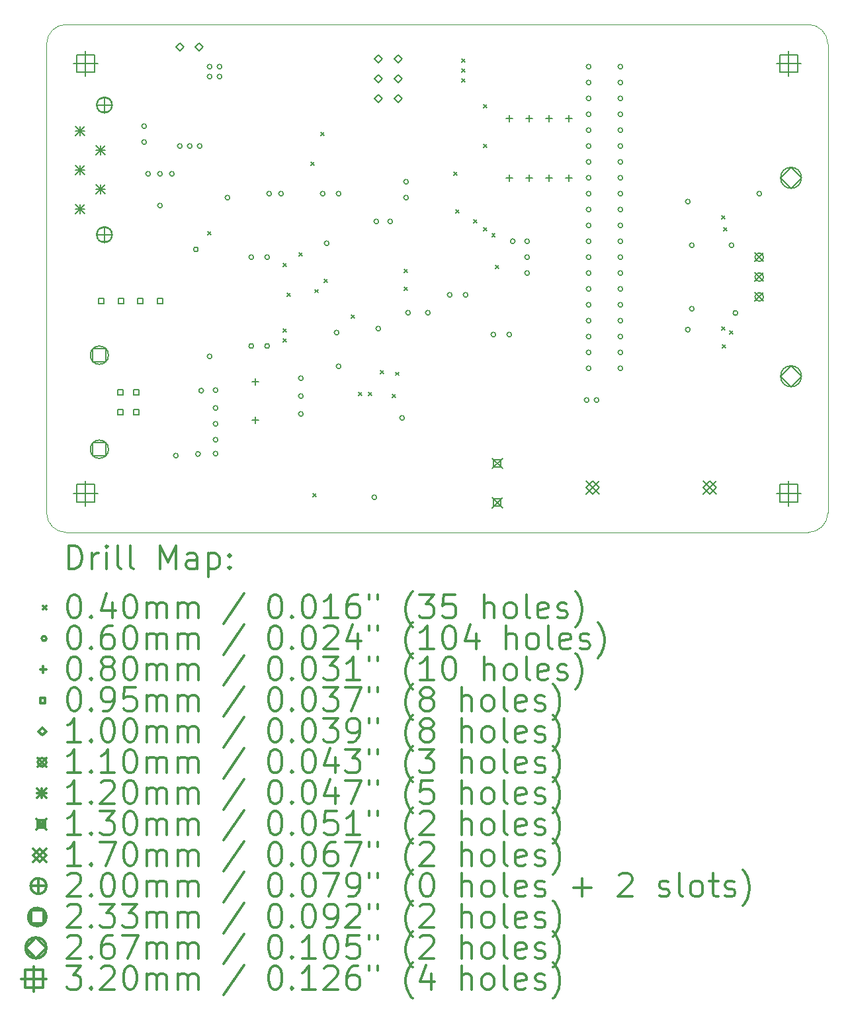
<source format=gbr>
%FSLAX45Y45*%
G04 Gerber Fmt 4.5, Leading zero omitted, Abs format (unit mm)*
G04 Created by KiCad (PCBNEW (5.1.9)-1) date 2021-08-12 22:28:09*
%MOMM*%
%LPD*%
G01*
G04 APERTURE LIST*
%TA.AperFunction,Profile*%
%ADD10C,0.050000*%
%TD*%
%ADD11C,0.200000*%
%ADD12C,0.300000*%
G04 APERTURE END LIST*
D10*
X10787200Y-13174000D02*
G75*
G02*
X10537200Y-12924000I0J250000D01*
G01*
X20537200Y-12924000D02*
G75*
G02*
X20287200Y-13174000I-250000J0D01*
G01*
X20287200Y-6674000D02*
G75*
G02*
X20537200Y-6924000I0J-250000D01*
G01*
X10537200Y-6924000D02*
G75*
G02*
X10787200Y-6674000I250000J0D01*
G01*
X10787200Y-13174000D02*
X20287200Y-13174000D01*
X10537200Y-6924000D02*
X10537200Y-12924000D01*
X20287200Y-6674000D02*
X10787200Y-6674000D01*
X20537200Y-12924000D02*
X20537200Y-6924000D01*
D11*
X12603800Y-9327201D02*
X12643800Y-9367201D01*
X12643800Y-9327201D02*
X12603800Y-9367201D01*
X13569000Y-10571800D02*
X13609000Y-10611800D01*
X13609000Y-10571800D02*
X13569000Y-10611800D01*
X13569000Y-10698800D02*
X13609000Y-10738800D01*
X13609000Y-10698800D02*
X13569000Y-10738800D01*
X13569001Y-9733600D02*
X13609001Y-9773600D01*
X13609001Y-9733600D02*
X13569001Y-9773600D01*
X13619800Y-10114600D02*
X13659800Y-10154600D01*
X13659800Y-10114600D02*
X13619800Y-10154600D01*
X13768501Y-9594982D02*
X13808501Y-9634982D01*
X13808501Y-9594982D02*
X13768501Y-9634982D01*
X13924600Y-8438200D02*
X13964600Y-8478200D01*
X13964600Y-8438200D02*
X13924600Y-8478200D01*
X13950000Y-12680000D02*
X13990000Y-12720000D01*
X13990000Y-12680000D02*
X13950000Y-12720000D01*
X13969944Y-10064425D02*
X14009944Y-10104425D01*
X14009944Y-10064425D02*
X13969944Y-10104425D01*
X14051600Y-8057200D02*
X14091600Y-8097200D01*
X14091600Y-8057200D02*
X14051600Y-8097200D01*
X14090600Y-9934272D02*
X14130600Y-9974272D01*
X14130600Y-9934272D02*
X14090600Y-9974272D01*
X14437265Y-10389333D02*
X14477265Y-10429333D01*
X14477265Y-10389333D02*
X14437265Y-10429333D01*
X14534200Y-11384600D02*
X14574200Y-11424600D01*
X14574200Y-11384600D02*
X14534200Y-11424600D01*
X14661200Y-11384600D02*
X14701200Y-11424600D01*
X14701200Y-11384600D02*
X14661200Y-11424600D01*
X14813600Y-11105200D02*
X14853600Y-11145200D01*
X14853600Y-11105200D02*
X14813600Y-11145200D01*
X14966000Y-11410000D02*
X15006000Y-11450000D01*
X15006000Y-11410000D02*
X14966000Y-11450000D01*
X15002900Y-11123800D02*
X15042900Y-11163800D01*
X15042900Y-11123800D02*
X15002900Y-11163800D01*
X15118400Y-9809800D02*
X15158400Y-9849800D01*
X15158400Y-9809800D02*
X15118400Y-9849800D01*
X15118400Y-10038400D02*
X15158400Y-10078400D01*
X15158400Y-10038400D02*
X15118400Y-10078400D01*
X15753400Y-8565200D02*
X15793400Y-8605200D01*
X15793400Y-8565200D02*
X15753400Y-8605200D01*
X15778800Y-9047800D02*
X15818800Y-9087800D01*
X15818800Y-9047800D02*
X15778800Y-9087800D01*
X15855000Y-7117400D02*
X15895000Y-7157400D01*
X15895000Y-7117400D02*
X15855000Y-7157400D01*
X15855000Y-7244400D02*
X15895000Y-7284400D01*
X15895000Y-7244400D02*
X15855000Y-7284400D01*
X15855000Y-7371400D02*
X15895000Y-7411400D01*
X15895000Y-7371400D02*
X15855000Y-7411400D01*
X16007400Y-9174800D02*
X16047400Y-9214800D01*
X16047400Y-9174800D02*
X16007400Y-9214800D01*
X16134400Y-7701600D02*
X16174400Y-7741600D01*
X16174400Y-7701600D02*
X16134400Y-7741600D01*
X16134400Y-8209600D02*
X16174400Y-8249600D01*
X16174400Y-8209600D02*
X16134400Y-8249600D01*
X16134400Y-9276400D02*
X16174400Y-9316400D01*
X16174400Y-9276400D02*
X16134400Y-9316400D01*
X16236465Y-9353065D02*
X16276465Y-9393065D01*
X16276465Y-9353065D02*
X16236465Y-9393065D01*
X16286800Y-9759002D02*
X16326800Y-9799002D01*
X16326800Y-9759002D02*
X16286800Y-9799002D01*
X19182400Y-10546400D02*
X19222400Y-10586400D01*
X19222400Y-10546400D02*
X19182400Y-10586400D01*
X19182401Y-9124000D02*
X19222401Y-9164000D01*
X19222401Y-9124000D02*
X19182401Y-9164000D01*
X19184850Y-10772550D02*
X19224850Y-10812550D01*
X19224850Y-10772550D02*
X19184850Y-10812550D01*
X19207800Y-9276400D02*
X19247800Y-9316400D01*
X19247800Y-9276400D02*
X19207800Y-9316400D01*
X19284000Y-10597200D02*
X19324000Y-10637200D01*
X19324000Y-10597200D02*
X19284000Y-10637200D01*
X11815600Y-7975600D02*
G75*
G03*
X11815600Y-7975600I-30000J0D01*
G01*
X11815600Y-8178800D02*
G75*
G03*
X11815600Y-8178800I-30000J0D01*
G01*
X11866400Y-8585200D02*
G75*
G03*
X11866400Y-8585200I-30000J0D01*
G01*
X12018800Y-8585200D02*
G75*
G03*
X12018800Y-8585200I-30000J0D01*
G01*
X12018800Y-8991600D02*
G75*
G03*
X12018800Y-8991600I-30000J0D01*
G01*
X12171200Y-8585200D02*
G75*
G03*
X12171200Y-8585200I-30000J0D01*
G01*
X12222000Y-12192000D02*
G75*
G03*
X12222000Y-12192000I-30000J0D01*
G01*
X12272800Y-8229600D02*
G75*
G03*
X12272800Y-8229600I-30000J0D01*
G01*
X12399800Y-8229600D02*
G75*
G03*
X12399800Y-8229600I-30000J0D01*
G01*
X12478150Y-9552550D02*
G75*
G03*
X12478150Y-9552550I-30000J0D01*
G01*
X12505449Y-12170651D02*
G75*
G03*
X12505449Y-12170651I-30000J0D01*
G01*
X12526800Y-8229600D02*
G75*
G03*
X12526800Y-8229600I-30000J0D01*
G01*
X12546100Y-11359901D02*
G75*
G03*
X12546100Y-11359901I-30000J0D01*
G01*
X12653800Y-7213600D02*
G75*
G03*
X12653800Y-7213600I-30000J0D01*
G01*
X12653800Y-7340600D02*
G75*
G03*
X12653800Y-7340600I-30000J0D01*
G01*
X12653800Y-10922000D02*
G75*
G03*
X12653800Y-10922000I-30000J0D01*
G01*
X12730000Y-11353800D02*
G75*
G03*
X12730000Y-11353800I-30000J0D01*
G01*
X12730000Y-11582400D02*
G75*
G03*
X12730000Y-11582400I-30000J0D01*
G01*
X12730000Y-11785600D02*
G75*
G03*
X12730000Y-11785600I-30000J0D01*
G01*
X12730000Y-11988800D02*
G75*
G03*
X12730000Y-11988800I-30000J0D01*
G01*
X12730000Y-12166600D02*
G75*
G03*
X12730000Y-12166600I-30000J0D01*
G01*
X12780800Y-7213600D02*
G75*
G03*
X12780800Y-7213600I-30000J0D01*
G01*
X12780800Y-7340600D02*
G75*
G03*
X12780800Y-7340600I-30000J0D01*
G01*
X12882400Y-8890000D02*
G75*
G03*
X12882400Y-8890000I-30000J0D01*
G01*
X13187200Y-9652000D02*
G75*
G03*
X13187200Y-9652000I-30000J0D01*
G01*
X13187200Y-10788699D02*
G75*
G03*
X13187200Y-10788699I-30000J0D01*
G01*
X13390400Y-9652000D02*
G75*
G03*
X13390400Y-9652000I-30000J0D01*
G01*
X13390400Y-10788699D02*
G75*
G03*
X13390400Y-10788699I-30000J0D01*
G01*
X13415800Y-8839200D02*
G75*
G03*
X13415800Y-8839200I-30000J0D01*
G01*
X13568200Y-8839200D02*
G75*
G03*
X13568200Y-8839200I-30000J0D01*
G01*
X13822200Y-11201400D02*
G75*
G03*
X13822200Y-11201400I-30000J0D01*
G01*
X13822200Y-11430000D02*
G75*
G03*
X13822200Y-11430000I-30000J0D01*
G01*
X13822200Y-11658600D02*
G75*
G03*
X13822200Y-11658600I-30000J0D01*
G01*
X14101600Y-8839200D02*
G75*
G03*
X14101600Y-8839200I-30000J0D01*
G01*
X14152400Y-9474200D02*
G75*
G03*
X14152400Y-9474200I-30000J0D01*
G01*
X14279400Y-10617200D02*
G75*
G03*
X14279400Y-10617200I-30000J0D01*
G01*
X14304800Y-8839200D02*
G75*
G03*
X14304800Y-8839200I-30000J0D01*
G01*
X14304800Y-11049000D02*
G75*
G03*
X14304800Y-11049000I-30000J0D01*
G01*
X14762000Y-12725400D02*
G75*
G03*
X14762000Y-12725400I-30000J0D01*
G01*
X14787400Y-9194800D02*
G75*
G03*
X14787400Y-9194800I-30000J0D01*
G01*
X14812800Y-10566400D02*
G75*
G03*
X14812800Y-10566400I-30000J0D01*
G01*
X14965200Y-9194800D02*
G75*
G03*
X14965200Y-9194800I-30000J0D01*
G01*
X15117600Y-11709400D02*
G75*
G03*
X15117600Y-11709400I-30000J0D01*
G01*
X15168400Y-8686800D02*
G75*
G03*
X15168400Y-8686800I-30000J0D01*
G01*
X15168400Y-8890000D02*
G75*
G03*
X15168400Y-8890000I-30000J0D01*
G01*
X15193800Y-10363200D02*
G75*
G03*
X15193800Y-10363200I-30000J0D01*
G01*
X15447800Y-10363200D02*
G75*
G03*
X15447800Y-10363200I-30000J0D01*
G01*
X15727200Y-10134600D02*
G75*
G03*
X15727200Y-10134600I-30000J0D01*
G01*
X15930400Y-10134600D02*
G75*
G03*
X15930400Y-10134600I-30000J0D01*
G01*
X16286000Y-10642600D02*
G75*
G03*
X16286000Y-10642600I-30000J0D01*
G01*
X16489200Y-10642600D02*
G75*
G03*
X16489200Y-10642600I-30000J0D01*
G01*
X16533699Y-9448800D02*
G75*
G03*
X16533699Y-9448800I-30000J0D01*
G01*
X16717799Y-9448800D02*
G75*
G03*
X16717799Y-9448800I-30000J0D01*
G01*
X16717800Y-9855200D02*
G75*
G03*
X16717800Y-9855200I-30000J0D01*
G01*
X16717801Y-9652000D02*
G75*
G03*
X16717801Y-9652000I-30000J0D01*
G01*
X17479800Y-11480800D02*
G75*
G03*
X17479800Y-11480800I-30000J0D01*
G01*
X17505200Y-7213600D02*
G75*
G03*
X17505200Y-7213600I-30000J0D01*
G01*
X17505200Y-7416800D02*
G75*
G03*
X17505200Y-7416800I-30000J0D01*
G01*
X17505200Y-7620000D02*
G75*
G03*
X17505200Y-7620000I-30000J0D01*
G01*
X17505200Y-7823200D02*
G75*
G03*
X17505200Y-7823200I-30000J0D01*
G01*
X17505200Y-8026400D02*
G75*
G03*
X17505200Y-8026400I-30000J0D01*
G01*
X17505200Y-8229600D02*
G75*
G03*
X17505200Y-8229600I-30000J0D01*
G01*
X17505200Y-8432800D02*
G75*
G03*
X17505200Y-8432800I-30000J0D01*
G01*
X17505200Y-8636000D02*
G75*
G03*
X17505200Y-8636000I-30000J0D01*
G01*
X17505200Y-8839200D02*
G75*
G03*
X17505200Y-8839200I-30000J0D01*
G01*
X17505200Y-9042400D02*
G75*
G03*
X17505200Y-9042400I-30000J0D01*
G01*
X17505200Y-9245600D02*
G75*
G03*
X17505200Y-9245600I-30000J0D01*
G01*
X17505200Y-9448800D02*
G75*
G03*
X17505200Y-9448800I-30000J0D01*
G01*
X17505200Y-9652000D02*
G75*
G03*
X17505200Y-9652000I-30000J0D01*
G01*
X17505200Y-9855200D02*
G75*
G03*
X17505200Y-9855200I-30000J0D01*
G01*
X17505200Y-10058400D02*
G75*
G03*
X17505200Y-10058400I-30000J0D01*
G01*
X17505200Y-10261600D02*
G75*
G03*
X17505200Y-10261600I-30000J0D01*
G01*
X17505200Y-10464800D02*
G75*
G03*
X17505200Y-10464800I-30000J0D01*
G01*
X17505200Y-10668000D02*
G75*
G03*
X17505200Y-10668000I-30000J0D01*
G01*
X17505200Y-10871200D02*
G75*
G03*
X17505200Y-10871200I-30000J0D01*
G01*
X17505200Y-11074400D02*
G75*
G03*
X17505200Y-11074400I-30000J0D01*
G01*
X17606800Y-11480800D02*
G75*
G03*
X17606800Y-11480800I-30000J0D01*
G01*
X17911600Y-7213600D02*
G75*
G03*
X17911600Y-7213600I-30000J0D01*
G01*
X17911600Y-7416800D02*
G75*
G03*
X17911600Y-7416800I-30000J0D01*
G01*
X17911600Y-7620000D02*
G75*
G03*
X17911600Y-7620000I-30000J0D01*
G01*
X17911600Y-7823200D02*
G75*
G03*
X17911600Y-7823200I-30000J0D01*
G01*
X17911600Y-8026400D02*
G75*
G03*
X17911600Y-8026400I-30000J0D01*
G01*
X17911600Y-8229600D02*
G75*
G03*
X17911600Y-8229600I-30000J0D01*
G01*
X17911600Y-8432800D02*
G75*
G03*
X17911600Y-8432800I-30000J0D01*
G01*
X17911600Y-8636000D02*
G75*
G03*
X17911600Y-8636000I-30000J0D01*
G01*
X17911600Y-8839200D02*
G75*
G03*
X17911600Y-8839200I-30000J0D01*
G01*
X17911600Y-9042400D02*
G75*
G03*
X17911600Y-9042400I-30000J0D01*
G01*
X17911600Y-9245600D02*
G75*
G03*
X17911600Y-9245600I-30000J0D01*
G01*
X17911600Y-9448800D02*
G75*
G03*
X17911600Y-9448800I-30000J0D01*
G01*
X17911600Y-9652000D02*
G75*
G03*
X17911600Y-9652000I-30000J0D01*
G01*
X17911600Y-9855200D02*
G75*
G03*
X17911600Y-9855200I-30000J0D01*
G01*
X17911600Y-10058400D02*
G75*
G03*
X17911600Y-10058400I-30000J0D01*
G01*
X17911600Y-10261600D02*
G75*
G03*
X17911600Y-10261600I-30000J0D01*
G01*
X17911600Y-10464800D02*
G75*
G03*
X17911600Y-10464800I-30000J0D01*
G01*
X17911600Y-10668000D02*
G75*
G03*
X17911600Y-10668000I-30000J0D01*
G01*
X17911600Y-10871200D02*
G75*
G03*
X17911600Y-10871200I-30000J0D01*
G01*
X17911600Y-11074400D02*
G75*
G03*
X17911600Y-11074400I-30000J0D01*
G01*
X18775200Y-8940800D02*
G75*
G03*
X18775200Y-8940800I-30000J0D01*
G01*
X18775205Y-10579100D02*
G75*
G03*
X18775205Y-10579100I-30000J0D01*
G01*
X18826000Y-9499600D02*
G75*
G03*
X18826000Y-9499600I-30000J0D01*
G01*
X18826000Y-10312400D02*
G75*
G03*
X18826000Y-10312400I-30000J0D01*
G01*
X19334000Y-9499600D02*
G75*
G03*
X19334000Y-9499600I-30000J0D01*
G01*
X19384801Y-10365750D02*
G75*
G03*
X19384801Y-10365750I-30000J0D01*
G01*
X19689600Y-8839200D02*
G75*
G03*
X19689600Y-8839200I-30000J0D01*
G01*
X13208000Y-11206800D02*
X13208000Y-11286800D01*
X13168000Y-11246800D02*
X13248000Y-11246800D01*
X13208000Y-11694800D02*
X13208000Y-11774800D01*
X13168000Y-11734800D02*
X13248000Y-11734800D01*
X16459200Y-7834000D02*
X16459200Y-7914000D01*
X16419200Y-7874000D02*
X16499200Y-7874000D01*
X16459200Y-8596000D02*
X16459200Y-8676000D01*
X16419200Y-8636000D02*
X16499200Y-8636000D01*
X16713200Y-7834000D02*
X16713200Y-7914000D01*
X16673200Y-7874000D02*
X16753200Y-7874000D01*
X16713200Y-8596000D02*
X16713200Y-8676000D01*
X16673200Y-8636000D02*
X16753200Y-8636000D01*
X16967200Y-7834000D02*
X16967200Y-7914000D01*
X16927200Y-7874000D02*
X17007200Y-7874000D01*
X16967200Y-8596000D02*
X16967200Y-8676000D01*
X16927200Y-8636000D02*
X17007200Y-8636000D01*
X17221200Y-7834000D02*
X17221200Y-7914000D01*
X17181200Y-7874000D02*
X17261200Y-7874000D01*
X17221200Y-8596000D02*
X17221200Y-8676000D01*
X17181200Y-8636000D02*
X17261200Y-8636000D01*
X11272388Y-10244388D02*
X11272388Y-10177212D01*
X11205212Y-10177212D01*
X11205212Y-10244388D01*
X11272388Y-10244388D01*
X11517588Y-11416788D02*
X11517588Y-11349612D01*
X11450412Y-11349612D01*
X11450412Y-11416788D01*
X11517588Y-11416788D01*
X11517588Y-11666788D02*
X11517588Y-11599612D01*
X11450412Y-11599612D01*
X11450412Y-11666788D01*
X11517588Y-11666788D01*
X11522388Y-10244388D02*
X11522388Y-10177212D01*
X11455212Y-10177212D01*
X11455212Y-10244388D01*
X11522388Y-10244388D01*
X11717588Y-11416788D02*
X11717588Y-11349612D01*
X11650412Y-11349612D01*
X11650412Y-11416788D01*
X11717588Y-11416788D01*
X11717588Y-11666788D02*
X11717588Y-11599612D01*
X11650412Y-11599612D01*
X11650412Y-11666788D01*
X11717588Y-11666788D01*
X11772388Y-10244388D02*
X11772388Y-10177212D01*
X11705212Y-10177212D01*
X11705212Y-10244388D01*
X11772388Y-10244388D01*
X12022388Y-10244388D02*
X12022388Y-10177212D01*
X11955212Y-10177212D01*
X11955212Y-10244388D01*
X12022388Y-10244388D01*
X12242800Y-7009600D02*
X12292800Y-6959600D01*
X12242800Y-6909600D01*
X12192800Y-6959600D01*
X12242800Y-7009600D01*
X12492800Y-7009600D02*
X12542800Y-6959600D01*
X12492800Y-6909600D01*
X12442800Y-6959600D01*
X12492800Y-7009600D01*
X14782800Y-7162000D02*
X14832800Y-7112000D01*
X14782800Y-7062000D01*
X14732800Y-7112000D01*
X14782800Y-7162000D01*
X14782800Y-7416000D02*
X14832800Y-7366000D01*
X14782800Y-7316000D01*
X14732800Y-7366000D01*
X14782800Y-7416000D01*
X14782800Y-7670000D02*
X14832800Y-7620000D01*
X14782800Y-7570000D01*
X14732800Y-7620000D01*
X14782800Y-7670000D01*
X15036800Y-7162000D02*
X15086800Y-7112000D01*
X15036800Y-7062000D01*
X14986800Y-7112000D01*
X15036800Y-7162000D01*
X15036800Y-7416000D02*
X15086800Y-7366000D01*
X15036800Y-7316000D01*
X14986800Y-7366000D01*
X15036800Y-7416000D01*
X15036800Y-7670000D02*
X15086800Y-7620000D01*
X15036800Y-7570000D01*
X14986800Y-7620000D01*
X15036800Y-7670000D01*
X19604600Y-9597000D02*
X19714600Y-9707000D01*
X19714600Y-9597000D02*
X19604600Y-9707000D01*
X19714600Y-9652000D02*
G75*
G03*
X19714600Y-9652000I-55000J0D01*
G01*
X19604600Y-9851000D02*
X19714600Y-9961000D01*
X19714600Y-9851000D02*
X19604600Y-9961000D01*
X19714600Y-9906000D02*
G75*
G03*
X19714600Y-9906000I-55000J0D01*
G01*
X19604600Y-10105000D02*
X19714600Y-10215000D01*
X19714600Y-10105000D02*
X19604600Y-10215000D01*
X19714600Y-10160000D02*
G75*
G03*
X19714600Y-10160000I-55000J0D01*
G01*
X10907600Y-7974400D02*
X11027600Y-8094400D01*
X11027600Y-7974400D02*
X10907600Y-8094400D01*
X10967600Y-7974400D02*
X10967600Y-8094400D01*
X10907600Y-8034400D02*
X11027600Y-8034400D01*
X10907600Y-8474400D02*
X11027600Y-8594400D01*
X11027600Y-8474400D02*
X10907600Y-8594400D01*
X10967600Y-8474400D02*
X10967600Y-8594400D01*
X10907600Y-8534400D02*
X11027600Y-8534400D01*
X10907600Y-8974400D02*
X11027600Y-9094400D01*
X11027600Y-8974400D02*
X10907600Y-9094400D01*
X10967600Y-8974400D02*
X10967600Y-9094400D01*
X10907600Y-9034400D02*
X11027600Y-9034400D01*
X11167600Y-8224400D02*
X11287600Y-8344400D01*
X11287600Y-8224400D02*
X11167600Y-8344400D01*
X11227600Y-8224400D02*
X11227600Y-8344400D01*
X11167600Y-8284400D02*
X11287600Y-8284400D01*
X11167600Y-8724400D02*
X11287600Y-8844400D01*
X11287600Y-8724400D02*
X11167600Y-8844400D01*
X11227600Y-8724400D02*
X11227600Y-8844400D01*
X11167600Y-8784400D02*
X11287600Y-8784400D01*
X16241800Y-12228600D02*
X16371800Y-12358600D01*
X16371800Y-12228600D02*
X16241800Y-12358600D01*
X16352762Y-12339562D02*
X16352762Y-12247638D01*
X16260838Y-12247638D01*
X16260838Y-12339562D01*
X16352762Y-12339562D01*
X16241800Y-12728600D02*
X16371800Y-12858600D01*
X16371800Y-12728600D02*
X16241800Y-12858600D01*
X16352762Y-12839562D02*
X16352762Y-12747638D01*
X16260838Y-12747638D01*
X16260838Y-12839562D01*
X16352762Y-12839562D01*
X17441000Y-12513400D02*
X17611000Y-12683400D01*
X17611000Y-12513400D02*
X17441000Y-12683400D01*
X17526000Y-12683400D02*
X17611000Y-12598400D01*
X17526000Y-12513400D01*
X17441000Y-12598400D01*
X17526000Y-12683400D01*
X18941000Y-12513400D02*
X19111000Y-12683400D01*
X19111000Y-12513400D02*
X18941000Y-12683400D01*
X19026000Y-12683400D02*
X19111000Y-12598400D01*
X19026000Y-12513400D01*
X18941000Y-12598400D01*
X19026000Y-12683400D01*
X11277600Y-7604400D02*
X11277600Y-7804400D01*
X11177600Y-7704400D02*
X11377600Y-7704400D01*
X11377600Y-7704400D02*
G75*
G03*
X11377600Y-7704400I-100000J0D01*
G01*
X11287600Y-7614400D02*
X11267600Y-7614400D01*
X11287600Y-7794400D02*
X11267600Y-7794400D01*
X11267600Y-7614400D02*
G75*
G03*
X11267600Y-7794400I0J-90000D01*
G01*
X11287600Y-7794400D02*
G75*
G03*
X11287600Y-7614400I0J90000D01*
G01*
X11277600Y-9264400D02*
X11277600Y-9464400D01*
X11177600Y-9364400D02*
X11377600Y-9364400D01*
X11377600Y-9364400D02*
G75*
G03*
X11377600Y-9364400I-100000J0D01*
G01*
X11287600Y-9274400D02*
X11267600Y-9274400D01*
X11287600Y-9454400D02*
X11267600Y-9454400D01*
X11267600Y-9274400D02*
G75*
G03*
X11267600Y-9454400I0J-90000D01*
G01*
X11287600Y-9454400D02*
G75*
G03*
X11287600Y-9274400I0J90000D01*
G01*
X11295379Y-10988579D02*
X11295379Y-10823821D01*
X11130621Y-10823821D01*
X11130621Y-10988579D01*
X11295379Y-10988579D01*
X11329500Y-10906200D02*
G75*
G03*
X11329500Y-10906200I-116500J0D01*
G01*
X11295379Y-12192579D02*
X11295379Y-12027821D01*
X11130621Y-12027821D01*
X11130621Y-12192579D01*
X11295379Y-12192579D01*
X11329500Y-12110200D02*
G75*
G03*
X11329500Y-12110200I-116500J0D01*
G01*
X20066000Y-8769500D02*
X20199500Y-8636000D01*
X20066000Y-8502500D01*
X19932500Y-8636000D01*
X20066000Y-8769500D01*
X20199500Y-8636000D02*
G75*
G03*
X20199500Y-8636000I-133500J0D01*
G01*
X20066000Y-11309500D02*
X20199500Y-11176000D01*
X20066000Y-11042500D01*
X19932500Y-11176000D01*
X20066000Y-11309500D01*
X20199500Y-11176000D02*
G75*
G03*
X20199500Y-11176000I-133500J0D01*
G01*
X11037200Y-7014000D02*
X11037200Y-7334000D01*
X10877200Y-7174000D02*
X11197200Y-7174000D01*
X11150338Y-7287138D02*
X11150338Y-7060862D01*
X10924062Y-7060862D01*
X10924062Y-7287138D01*
X11150338Y-7287138D01*
X11037200Y-12514000D02*
X11037200Y-12834000D01*
X10877200Y-12674000D02*
X11197200Y-12674000D01*
X11150338Y-12787138D02*
X11150338Y-12560862D01*
X10924062Y-12560862D01*
X10924062Y-12787138D01*
X11150338Y-12787138D01*
X20037200Y-7014000D02*
X20037200Y-7334000D01*
X19877200Y-7174000D02*
X20197200Y-7174000D01*
X20150338Y-7287138D02*
X20150338Y-7060862D01*
X19924062Y-7060862D01*
X19924062Y-7287138D01*
X20150338Y-7287138D01*
X20037200Y-12514000D02*
X20037200Y-12834000D01*
X19877200Y-12674000D02*
X20197200Y-12674000D01*
X20150338Y-12787138D02*
X20150338Y-12560862D01*
X19924062Y-12560862D01*
X19924062Y-12787138D01*
X20150338Y-12787138D01*
D12*
X10821128Y-13642214D02*
X10821128Y-13342214D01*
X10892557Y-13342214D01*
X10935414Y-13356500D01*
X10963986Y-13385071D01*
X10978271Y-13413643D01*
X10992557Y-13470786D01*
X10992557Y-13513643D01*
X10978271Y-13570786D01*
X10963986Y-13599357D01*
X10935414Y-13627929D01*
X10892557Y-13642214D01*
X10821128Y-13642214D01*
X11121128Y-13642214D02*
X11121128Y-13442214D01*
X11121128Y-13499357D02*
X11135414Y-13470786D01*
X11149700Y-13456500D01*
X11178271Y-13442214D01*
X11206843Y-13442214D01*
X11306843Y-13642214D02*
X11306843Y-13442214D01*
X11306843Y-13342214D02*
X11292557Y-13356500D01*
X11306843Y-13370786D01*
X11321128Y-13356500D01*
X11306843Y-13342214D01*
X11306843Y-13370786D01*
X11492557Y-13642214D02*
X11463986Y-13627929D01*
X11449700Y-13599357D01*
X11449700Y-13342214D01*
X11649700Y-13642214D02*
X11621128Y-13627929D01*
X11606843Y-13599357D01*
X11606843Y-13342214D01*
X11992557Y-13642214D02*
X11992557Y-13342214D01*
X12092557Y-13556500D01*
X12192557Y-13342214D01*
X12192557Y-13642214D01*
X12463986Y-13642214D02*
X12463986Y-13485071D01*
X12449700Y-13456500D01*
X12421128Y-13442214D01*
X12363986Y-13442214D01*
X12335414Y-13456500D01*
X12463986Y-13627929D02*
X12435414Y-13642214D01*
X12363986Y-13642214D01*
X12335414Y-13627929D01*
X12321128Y-13599357D01*
X12321128Y-13570786D01*
X12335414Y-13542214D01*
X12363986Y-13527929D01*
X12435414Y-13527929D01*
X12463986Y-13513643D01*
X12606843Y-13442214D02*
X12606843Y-13742214D01*
X12606843Y-13456500D02*
X12635414Y-13442214D01*
X12692557Y-13442214D01*
X12721128Y-13456500D01*
X12735414Y-13470786D01*
X12749700Y-13499357D01*
X12749700Y-13585071D01*
X12735414Y-13613643D01*
X12721128Y-13627929D01*
X12692557Y-13642214D01*
X12635414Y-13642214D01*
X12606843Y-13627929D01*
X12878271Y-13613643D02*
X12892557Y-13627929D01*
X12878271Y-13642214D01*
X12863986Y-13627929D01*
X12878271Y-13613643D01*
X12878271Y-13642214D01*
X12878271Y-13456500D02*
X12892557Y-13470786D01*
X12878271Y-13485071D01*
X12863986Y-13470786D01*
X12878271Y-13456500D01*
X12878271Y-13485071D01*
X10494700Y-14116500D02*
X10534700Y-14156500D01*
X10534700Y-14116500D02*
X10494700Y-14156500D01*
X10878271Y-13972214D02*
X10906843Y-13972214D01*
X10935414Y-13986500D01*
X10949700Y-14000786D01*
X10963986Y-14029357D01*
X10978271Y-14086500D01*
X10978271Y-14157929D01*
X10963986Y-14215071D01*
X10949700Y-14243643D01*
X10935414Y-14257929D01*
X10906843Y-14272214D01*
X10878271Y-14272214D01*
X10849700Y-14257929D01*
X10835414Y-14243643D01*
X10821128Y-14215071D01*
X10806843Y-14157929D01*
X10806843Y-14086500D01*
X10821128Y-14029357D01*
X10835414Y-14000786D01*
X10849700Y-13986500D01*
X10878271Y-13972214D01*
X11106843Y-14243643D02*
X11121128Y-14257929D01*
X11106843Y-14272214D01*
X11092557Y-14257929D01*
X11106843Y-14243643D01*
X11106843Y-14272214D01*
X11378271Y-14072214D02*
X11378271Y-14272214D01*
X11306843Y-13957929D02*
X11235414Y-14172214D01*
X11421128Y-14172214D01*
X11592557Y-13972214D02*
X11621128Y-13972214D01*
X11649700Y-13986500D01*
X11663986Y-14000786D01*
X11678271Y-14029357D01*
X11692557Y-14086500D01*
X11692557Y-14157929D01*
X11678271Y-14215071D01*
X11663986Y-14243643D01*
X11649700Y-14257929D01*
X11621128Y-14272214D01*
X11592557Y-14272214D01*
X11563986Y-14257929D01*
X11549700Y-14243643D01*
X11535414Y-14215071D01*
X11521128Y-14157929D01*
X11521128Y-14086500D01*
X11535414Y-14029357D01*
X11549700Y-14000786D01*
X11563986Y-13986500D01*
X11592557Y-13972214D01*
X11821128Y-14272214D02*
X11821128Y-14072214D01*
X11821128Y-14100786D02*
X11835414Y-14086500D01*
X11863986Y-14072214D01*
X11906843Y-14072214D01*
X11935414Y-14086500D01*
X11949700Y-14115071D01*
X11949700Y-14272214D01*
X11949700Y-14115071D02*
X11963986Y-14086500D01*
X11992557Y-14072214D01*
X12035414Y-14072214D01*
X12063986Y-14086500D01*
X12078271Y-14115071D01*
X12078271Y-14272214D01*
X12221128Y-14272214D02*
X12221128Y-14072214D01*
X12221128Y-14100786D02*
X12235414Y-14086500D01*
X12263986Y-14072214D01*
X12306843Y-14072214D01*
X12335414Y-14086500D01*
X12349700Y-14115071D01*
X12349700Y-14272214D01*
X12349700Y-14115071D02*
X12363986Y-14086500D01*
X12392557Y-14072214D01*
X12435414Y-14072214D01*
X12463986Y-14086500D01*
X12478271Y-14115071D01*
X12478271Y-14272214D01*
X13063986Y-13957929D02*
X12806843Y-14343643D01*
X13449700Y-13972214D02*
X13478271Y-13972214D01*
X13506843Y-13986500D01*
X13521128Y-14000786D01*
X13535414Y-14029357D01*
X13549700Y-14086500D01*
X13549700Y-14157929D01*
X13535414Y-14215071D01*
X13521128Y-14243643D01*
X13506843Y-14257929D01*
X13478271Y-14272214D01*
X13449700Y-14272214D01*
X13421128Y-14257929D01*
X13406843Y-14243643D01*
X13392557Y-14215071D01*
X13378271Y-14157929D01*
X13378271Y-14086500D01*
X13392557Y-14029357D01*
X13406843Y-14000786D01*
X13421128Y-13986500D01*
X13449700Y-13972214D01*
X13678271Y-14243643D02*
X13692557Y-14257929D01*
X13678271Y-14272214D01*
X13663986Y-14257929D01*
X13678271Y-14243643D01*
X13678271Y-14272214D01*
X13878271Y-13972214D02*
X13906843Y-13972214D01*
X13935414Y-13986500D01*
X13949700Y-14000786D01*
X13963986Y-14029357D01*
X13978271Y-14086500D01*
X13978271Y-14157929D01*
X13963986Y-14215071D01*
X13949700Y-14243643D01*
X13935414Y-14257929D01*
X13906843Y-14272214D01*
X13878271Y-14272214D01*
X13849700Y-14257929D01*
X13835414Y-14243643D01*
X13821128Y-14215071D01*
X13806843Y-14157929D01*
X13806843Y-14086500D01*
X13821128Y-14029357D01*
X13835414Y-14000786D01*
X13849700Y-13986500D01*
X13878271Y-13972214D01*
X14263986Y-14272214D02*
X14092557Y-14272214D01*
X14178271Y-14272214D02*
X14178271Y-13972214D01*
X14149700Y-14015071D01*
X14121128Y-14043643D01*
X14092557Y-14057929D01*
X14521128Y-13972214D02*
X14463986Y-13972214D01*
X14435414Y-13986500D01*
X14421128Y-14000786D01*
X14392557Y-14043643D01*
X14378271Y-14100786D01*
X14378271Y-14215071D01*
X14392557Y-14243643D01*
X14406843Y-14257929D01*
X14435414Y-14272214D01*
X14492557Y-14272214D01*
X14521128Y-14257929D01*
X14535414Y-14243643D01*
X14549700Y-14215071D01*
X14549700Y-14143643D01*
X14535414Y-14115071D01*
X14521128Y-14100786D01*
X14492557Y-14086500D01*
X14435414Y-14086500D01*
X14406843Y-14100786D01*
X14392557Y-14115071D01*
X14378271Y-14143643D01*
X14663986Y-13972214D02*
X14663986Y-14029357D01*
X14778271Y-13972214D02*
X14778271Y-14029357D01*
X15221128Y-14386500D02*
X15206843Y-14372214D01*
X15178271Y-14329357D01*
X15163986Y-14300786D01*
X15149700Y-14257929D01*
X15135414Y-14186500D01*
X15135414Y-14129357D01*
X15149700Y-14057929D01*
X15163986Y-14015071D01*
X15178271Y-13986500D01*
X15206843Y-13943643D01*
X15221128Y-13929357D01*
X15306843Y-13972214D02*
X15492557Y-13972214D01*
X15392557Y-14086500D01*
X15435414Y-14086500D01*
X15463986Y-14100786D01*
X15478271Y-14115071D01*
X15492557Y-14143643D01*
X15492557Y-14215071D01*
X15478271Y-14243643D01*
X15463986Y-14257929D01*
X15435414Y-14272214D01*
X15349700Y-14272214D01*
X15321128Y-14257929D01*
X15306843Y-14243643D01*
X15763986Y-13972214D02*
X15621128Y-13972214D01*
X15606843Y-14115071D01*
X15621128Y-14100786D01*
X15649700Y-14086500D01*
X15721128Y-14086500D01*
X15749700Y-14100786D01*
X15763986Y-14115071D01*
X15778271Y-14143643D01*
X15778271Y-14215071D01*
X15763986Y-14243643D01*
X15749700Y-14257929D01*
X15721128Y-14272214D01*
X15649700Y-14272214D01*
X15621128Y-14257929D01*
X15606843Y-14243643D01*
X16135414Y-14272214D02*
X16135414Y-13972214D01*
X16263986Y-14272214D02*
X16263986Y-14115071D01*
X16249700Y-14086500D01*
X16221128Y-14072214D01*
X16178271Y-14072214D01*
X16149700Y-14086500D01*
X16135414Y-14100786D01*
X16449700Y-14272214D02*
X16421128Y-14257929D01*
X16406843Y-14243643D01*
X16392557Y-14215071D01*
X16392557Y-14129357D01*
X16406843Y-14100786D01*
X16421128Y-14086500D01*
X16449700Y-14072214D01*
X16492557Y-14072214D01*
X16521128Y-14086500D01*
X16535414Y-14100786D01*
X16549700Y-14129357D01*
X16549700Y-14215071D01*
X16535414Y-14243643D01*
X16521128Y-14257929D01*
X16492557Y-14272214D01*
X16449700Y-14272214D01*
X16721128Y-14272214D02*
X16692557Y-14257929D01*
X16678271Y-14229357D01*
X16678271Y-13972214D01*
X16949700Y-14257929D02*
X16921128Y-14272214D01*
X16863986Y-14272214D01*
X16835414Y-14257929D01*
X16821128Y-14229357D01*
X16821128Y-14115071D01*
X16835414Y-14086500D01*
X16863986Y-14072214D01*
X16921128Y-14072214D01*
X16949700Y-14086500D01*
X16963986Y-14115071D01*
X16963986Y-14143643D01*
X16821128Y-14172214D01*
X17078271Y-14257929D02*
X17106843Y-14272214D01*
X17163986Y-14272214D01*
X17192557Y-14257929D01*
X17206843Y-14229357D01*
X17206843Y-14215071D01*
X17192557Y-14186500D01*
X17163986Y-14172214D01*
X17121128Y-14172214D01*
X17092557Y-14157929D01*
X17078271Y-14129357D01*
X17078271Y-14115071D01*
X17092557Y-14086500D01*
X17121128Y-14072214D01*
X17163986Y-14072214D01*
X17192557Y-14086500D01*
X17306843Y-14386500D02*
X17321128Y-14372214D01*
X17349700Y-14329357D01*
X17363986Y-14300786D01*
X17378271Y-14257929D01*
X17392557Y-14186500D01*
X17392557Y-14129357D01*
X17378271Y-14057929D01*
X17363986Y-14015071D01*
X17349700Y-13986500D01*
X17321128Y-13943643D01*
X17306843Y-13929357D01*
X10534700Y-14532500D02*
G75*
G03*
X10534700Y-14532500I-30000J0D01*
G01*
X10878271Y-14368214D02*
X10906843Y-14368214D01*
X10935414Y-14382500D01*
X10949700Y-14396786D01*
X10963986Y-14425357D01*
X10978271Y-14482500D01*
X10978271Y-14553929D01*
X10963986Y-14611071D01*
X10949700Y-14639643D01*
X10935414Y-14653929D01*
X10906843Y-14668214D01*
X10878271Y-14668214D01*
X10849700Y-14653929D01*
X10835414Y-14639643D01*
X10821128Y-14611071D01*
X10806843Y-14553929D01*
X10806843Y-14482500D01*
X10821128Y-14425357D01*
X10835414Y-14396786D01*
X10849700Y-14382500D01*
X10878271Y-14368214D01*
X11106843Y-14639643D02*
X11121128Y-14653929D01*
X11106843Y-14668214D01*
X11092557Y-14653929D01*
X11106843Y-14639643D01*
X11106843Y-14668214D01*
X11378271Y-14368214D02*
X11321128Y-14368214D01*
X11292557Y-14382500D01*
X11278271Y-14396786D01*
X11249700Y-14439643D01*
X11235414Y-14496786D01*
X11235414Y-14611071D01*
X11249700Y-14639643D01*
X11263986Y-14653929D01*
X11292557Y-14668214D01*
X11349700Y-14668214D01*
X11378271Y-14653929D01*
X11392557Y-14639643D01*
X11406843Y-14611071D01*
X11406843Y-14539643D01*
X11392557Y-14511071D01*
X11378271Y-14496786D01*
X11349700Y-14482500D01*
X11292557Y-14482500D01*
X11263986Y-14496786D01*
X11249700Y-14511071D01*
X11235414Y-14539643D01*
X11592557Y-14368214D02*
X11621128Y-14368214D01*
X11649700Y-14382500D01*
X11663986Y-14396786D01*
X11678271Y-14425357D01*
X11692557Y-14482500D01*
X11692557Y-14553929D01*
X11678271Y-14611071D01*
X11663986Y-14639643D01*
X11649700Y-14653929D01*
X11621128Y-14668214D01*
X11592557Y-14668214D01*
X11563986Y-14653929D01*
X11549700Y-14639643D01*
X11535414Y-14611071D01*
X11521128Y-14553929D01*
X11521128Y-14482500D01*
X11535414Y-14425357D01*
X11549700Y-14396786D01*
X11563986Y-14382500D01*
X11592557Y-14368214D01*
X11821128Y-14668214D02*
X11821128Y-14468214D01*
X11821128Y-14496786D02*
X11835414Y-14482500D01*
X11863986Y-14468214D01*
X11906843Y-14468214D01*
X11935414Y-14482500D01*
X11949700Y-14511071D01*
X11949700Y-14668214D01*
X11949700Y-14511071D02*
X11963986Y-14482500D01*
X11992557Y-14468214D01*
X12035414Y-14468214D01*
X12063986Y-14482500D01*
X12078271Y-14511071D01*
X12078271Y-14668214D01*
X12221128Y-14668214D02*
X12221128Y-14468214D01*
X12221128Y-14496786D02*
X12235414Y-14482500D01*
X12263986Y-14468214D01*
X12306843Y-14468214D01*
X12335414Y-14482500D01*
X12349700Y-14511071D01*
X12349700Y-14668214D01*
X12349700Y-14511071D02*
X12363986Y-14482500D01*
X12392557Y-14468214D01*
X12435414Y-14468214D01*
X12463986Y-14482500D01*
X12478271Y-14511071D01*
X12478271Y-14668214D01*
X13063986Y-14353929D02*
X12806843Y-14739643D01*
X13449700Y-14368214D02*
X13478271Y-14368214D01*
X13506843Y-14382500D01*
X13521128Y-14396786D01*
X13535414Y-14425357D01*
X13549700Y-14482500D01*
X13549700Y-14553929D01*
X13535414Y-14611071D01*
X13521128Y-14639643D01*
X13506843Y-14653929D01*
X13478271Y-14668214D01*
X13449700Y-14668214D01*
X13421128Y-14653929D01*
X13406843Y-14639643D01*
X13392557Y-14611071D01*
X13378271Y-14553929D01*
X13378271Y-14482500D01*
X13392557Y-14425357D01*
X13406843Y-14396786D01*
X13421128Y-14382500D01*
X13449700Y-14368214D01*
X13678271Y-14639643D02*
X13692557Y-14653929D01*
X13678271Y-14668214D01*
X13663986Y-14653929D01*
X13678271Y-14639643D01*
X13678271Y-14668214D01*
X13878271Y-14368214D02*
X13906843Y-14368214D01*
X13935414Y-14382500D01*
X13949700Y-14396786D01*
X13963986Y-14425357D01*
X13978271Y-14482500D01*
X13978271Y-14553929D01*
X13963986Y-14611071D01*
X13949700Y-14639643D01*
X13935414Y-14653929D01*
X13906843Y-14668214D01*
X13878271Y-14668214D01*
X13849700Y-14653929D01*
X13835414Y-14639643D01*
X13821128Y-14611071D01*
X13806843Y-14553929D01*
X13806843Y-14482500D01*
X13821128Y-14425357D01*
X13835414Y-14396786D01*
X13849700Y-14382500D01*
X13878271Y-14368214D01*
X14092557Y-14396786D02*
X14106843Y-14382500D01*
X14135414Y-14368214D01*
X14206843Y-14368214D01*
X14235414Y-14382500D01*
X14249700Y-14396786D01*
X14263986Y-14425357D01*
X14263986Y-14453929D01*
X14249700Y-14496786D01*
X14078271Y-14668214D01*
X14263986Y-14668214D01*
X14521128Y-14468214D02*
X14521128Y-14668214D01*
X14449700Y-14353929D02*
X14378271Y-14568214D01*
X14563986Y-14568214D01*
X14663986Y-14368214D02*
X14663986Y-14425357D01*
X14778271Y-14368214D02*
X14778271Y-14425357D01*
X15221128Y-14782500D02*
X15206843Y-14768214D01*
X15178271Y-14725357D01*
X15163986Y-14696786D01*
X15149700Y-14653929D01*
X15135414Y-14582500D01*
X15135414Y-14525357D01*
X15149700Y-14453929D01*
X15163986Y-14411071D01*
X15178271Y-14382500D01*
X15206843Y-14339643D01*
X15221128Y-14325357D01*
X15492557Y-14668214D02*
X15321128Y-14668214D01*
X15406843Y-14668214D02*
X15406843Y-14368214D01*
X15378271Y-14411071D01*
X15349700Y-14439643D01*
X15321128Y-14453929D01*
X15678271Y-14368214D02*
X15706843Y-14368214D01*
X15735414Y-14382500D01*
X15749700Y-14396786D01*
X15763986Y-14425357D01*
X15778271Y-14482500D01*
X15778271Y-14553929D01*
X15763986Y-14611071D01*
X15749700Y-14639643D01*
X15735414Y-14653929D01*
X15706843Y-14668214D01*
X15678271Y-14668214D01*
X15649700Y-14653929D01*
X15635414Y-14639643D01*
X15621128Y-14611071D01*
X15606843Y-14553929D01*
X15606843Y-14482500D01*
X15621128Y-14425357D01*
X15635414Y-14396786D01*
X15649700Y-14382500D01*
X15678271Y-14368214D01*
X16035414Y-14468214D02*
X16035414Y-14668214D01*
X15963986Y-14353929D02*
X15892557Y-14568214D01*
X16078271Y-14568214D01*
X16421128Y-14668214D02*
X16421128Y-14368214D01*
X16549700Y-14668214D02*
X16549700Y-14511071D01*
X16535414Y-14482500D01*
X16506843Y-14468214D01*
X16463986Y-14468214D01*
X16435414Y-14482500D01*
X16421128Y-14496786D01*
X16735414Y-14668214D02*
X16706843Y-14653929D01*
X16692557Y-14639643D01*
X16678271Y-14611071D01*
X16678271Y-14525357D01*
X16692557Y-14496786D01*
X16706843Y-14482500D01*
X16735414Y-14468214D01*
X16778271Y-14468214D01*
X16806843Y-14482500D01*
X16821128Y-14496786D01*
X16835414Y-14525357D01*
X16835414Y-14611071D01*
X16821128Y-14639643D01*
X16806843Y-14653929D01*
X16778271Y-14668214D01*
X16735414Y-14668214D01*
X17006843Y-14668214D02*
X16978271Y-14653929D01*
X16963986Y-14625357D01*
X16963986Y-14368214D01*
X17235414Y-14653929D02*
X17206843Y-14668214D01*
X17149700Y-14668214D01*
X17121128Y-14653929D01*
X17106843Y-14625357D01*
X17106843Y-14511071D01*
X17121128Y-14482500D01*
X17149700Y-14468214D01*
X17206843Y-14468214D01*
X17235414Y-14482500D01*
X17249700Y-14511071D01*
X17249700Y-14539643D01*
X17106843Y-14568214D01*
X17363986Y-14653929D02*
X17392557Y-14668214D01*
X17449700Y-14668214D01*
X17478271Y-14653929D01*
X17492557Y-14625357D01*
X17492557Y-14611071D01*
X17478271Y-14582500D01*
X17449700Y-14568214D01*
X17406843Y-14568214D01*
X17378271Y-14553929D01*
X17363986Y-14525357D01*
X17363986Y-14511071D01*
X17378271Y-14482500D01*
X17406843Y-14468214D01*
X17449700Y-14468214D01*
X17478271Y-14482500D01*
X17592557Y-14782500D02*
X17606843Y-14768214D01*
X17635414Y-14725357D01*
X17649700Y-14696786D01*
X17663986Y-14653929D01*
X17678271Y-14582500D01*
X17678271Y-14525357D01*
X17663986Y-14453929D01*
X17649700Y-14411071D01*
X17635414Y-14382500D01*
X17606843Y-14339643D01*
X17592557Y-14325357D01*
X10494700Y-14888500D02*
X10494700Y-14968500D01*
X10454700Y-14928500D02*
X10534700Y-14928500D01*
X10878271Y-14764214D02*
X10906843Y-14764214D01*
X10935414Y-14778500D01*
X10949700Y-14792786D01*
X10963986Y-14821357D01*
X10978271Y-14878500D01*
X10978271Y-14949929D01*
X10963986Y-15007071D01*
X10949700Y-15035643D01*
X10935414Y-15049929D01*
X10906843Y-15064214D01*
X10878271Y-15064214D01*
X10849700Y-15049929D01*
X10835414Y-15035643D01*
X10821128Y-15007071D01*
X10806843Y-14949929D01*
X10806843Y-14878500D01*
X10821128Y-14821357D01*
X10835414Y-14792786D01*
X10849700Y-14778500D01*
X10878271Y-14764214D01*
X11106843Y-15035643D02*
X11121128Y-15049929D01*
X11106843Y-15064214D01*
X11092557Y-15049929D01*
X11106843Y-15035643D01*
X11106843Y-15064214D01*
X11292557Y-14892786D02*
X11263986Y-14878500D01*
X11249700Y-14864214D01*
X11235414Y-14835643D01*
X11235414Y-14821357D01*
X11249700Y-14792786D01*
X11263986Y-14778500D01*
X11292557Y-14764214D01*
X11349700Y-14764214D01*
X11378271Y-14778500D01*
X11392557Y-14792786D01*
X11406843Y-14821357D01*
X11406843Y-14835643D01*
X11392557Y-14864214D01*
X11378271Y-14878500D01*
X11349700Y-14892786D01*
X11292557Y-14892786D01*
X11263986Y-14907071D01*
X11249700Y-14921357D01*
X11235414Y-14949929D01*
X11235414Y-15007071D01*
X11249700Y-15035643D01*
X11263986Y-15049929D01*
X11292557Y-15064214D01*
X11349700Y-15064214D01*
X11378271Y-15049929D01*
X11392557Y-15035643D01*
X11406843Y-15007071D01*
X11406843Y-14949929D01*
X11392557Y-14921357D01*
X11378271Y-14907071D01*
X11349700Y-14892786D01*
X11592557Y-14764214D02*
X11621128Y-14764214D01*
X11649700Y-14778500D01*
X11663986Y-14792786D01*
X11678271Y-14821357D01*
X11692557Y-14878500D01*
X11692557Y-14949929D01*
X11678271Y-15007071D01*
X11663986Y-15035643D01*
X11649700Y-15049929D01*
X11621128Y-15064214D01*
X11592557Y-15064214D01*
X11563986Y-15049929D01*
X11549700Y-15035643D01*
X11535414Y-15007071D01*
X11521128Y-14949929D01*
X11521128Y-14878500D01*
X11535414Y-14821357D01*
X11549700Y-14792786D01*
X11563986Y-14778500D01*
X11592557Y-14764214D01*
X11821128Y-15064214D02*
X11821128Y-14864214D01*
X11821128Y-14892786D02*
X11835414Y-14878500D01*
X11863986Y-14864214D01*
X11906843Y-14864214D01*
X11935414Y-14878500D01*
X11949700Y-14907071D01*
X11949700Y-15064214D01*
X11949700Y-14907071D02*
X11963986Y-14878500D01*
X11992557Y-14864214D01*
X12035414Y-14864214D01*
X12063986Y-14878500D01*
X12078271Y-14907071D01*
X12078271Y-15064214D01*
X12221128Y-15064214D02*
X12221128Y-14864214D01*
X12221128Y-14892786D02*
X12235414Y-14878500D01*
X12263986Y-14864214D01*
X12306843Y-14864214D01*
X12335414Y-14878500D01*
X12349700Y-14907071D01*
X12349700Y-15064214D01*
X12349700Y-14907071D02*
X12363986Y-14878500D01*
X12392557Y-14864214D01*
X12435414Y-14864214D01*
X12463986Y-14878500D01*
X12478271Y-14907071D01*
X12478271Y-15064214D01*
X13063986Y-14749929D02*
X12806843Y-15135643D01*
X13449700Y-14764214D02*
X13478271Y-14764214D01*
X13506843Y-14778500D01*
X13521128Y-14792786D01*
X13535414Y-14821357D01*
X13549700Y-14878500D01*
X13549700Y-14949929D01*
X13535414Y-15007071D01*
X13521128Y-15035643D01*
X13506843Y-15049929D01*
X13478271Y-15064214D01*
X13449700Y-15064214D01*
X13421128Y-15049929D01*
X13406843Y-15035643D01*
X13392557Y-15007071D01*
X13378271Y-14949929D01*
X13378271Y-14878500D01*
X13392557Y-14821357D01*
X13406843Y-14792786D01*
X13421128Y-14778500D01*
X13449700Y-14764214D01*
X13678271Y-15035643D02*
X13692557Y-15049929D01*
X13678271Y-15064214D01*
X13663986Y-15049929D01*
X13678271Y-15035643D01*
X13678271Y-15064214D01*
X13878271Y-14764214D02*
X13906843Y-14764214D01*
X13935414Y-14778500D01*
X13949700Y-14792786D01*
X13963986Y-14821357D01*
X13978271Y-14878500D01*
X13978271Y-14949929D01*
X13963986Y-15007071D01*
X13949700Y-15035643D01*
X13935414Y-15049929D01*
X13906843Y-15064214D01*
X13878271Y-15064214D01*
X13849700Y-15049929D01*
X13835414Y-15035643D01*
X13821128Y-15007071D01*
X13806843Y-14949929D01*
X13806843Y-14878500D01*
X13821128Y-14821357D01*
X13835414Y-14792786D01*
X13849700Y-14778500D01*
X13878271Y-14764214D01*
X14078271Y-14764214D02*
X14263986Y-14764214D01*
X14163986Y-14878500D01*
X14206843Y-14878500D01*
X14235414Y-14892786D01*
X14249700Y-14907071D01*
X14263986Y-14935643D01*
X14263986Y-15007071D01*
X14249700Y-15035643D01*
X14235414Y-15049929D01*
X14206843Y-15064214D01*
X14121128Y-15064214D01*
X14092557Y-15049929D01*
X14078271Y-15035643D01*
X14549700Y-15064214D02*
X14378271Y-15064214D01*
X14463986Y-15064214D02*
X14463986Y-14764214D01*
X14435414Y-14807071D01*
X14406843Y-14835643D01*
X14378271Y-14849929D01*
X14663986Y-14764214D02*
X14663986Y-14821357D01*
X14778271Y-14764214D02*
X14778271Y-14821357D01*
X15221128Y-15178500D02*
X15206843Y-15164214D01*
X15178271Y-15121357D01*
X15163986Y-15092786D01*
X15149700Y-15049929D01*
X15135414Y-14978500D01*
X15135414Y-14921357D01*
X15149700Y-14849929D01*
X15163986Y-14807071D01*
X15178271Y-14778500D01*
X15206843Y-14735643D01*
X15221128Y-14721357D01*
X15492557Y-15064214D02*
X15321128Y-15064214D01*
X15406843Y-15064214D02*
X15406843Y-14764214D01*
X15378271Y-14807071D01*
X15349700Y-14835643D01*
X15321128Y-14849929D01*
X15678271Y-14764214D02*
X15706843Y-14764214D01*
X15735414Y-14778500D01*
X15749700Y-14792786D01*
X15763986Y-14821357D01*
X15778271Y-14878500D01*
X15778271Y-14949929D01*
X15763986Y-15007071D01*
X15749700Y-15035643D01*
X15735414Y-15049929D01*
X15706843Y-15064214D01*
X15678271Y-15064214D01*
X15649700Y-15049929D01*
X15635414Y-15035643D01*
X15621128Y-15007071D01*
X15606843Y-14949929D01*
X15606843Y-14878500D01*
X15621128Y-14821357D01*
X15635414Y-14792786D01*
X15649700Y-14778500D01*
X15678271Y-14764214D01*
X16135414Y-15064214D02*
X16135414Y-14764214D01*
X16263986Y-15064214D02*
X16263986Y-14907071D01*
X16249700Y-14878500D01*
X16221128Y-14864214D01*
X16178271Y-14864214D01*
X16149700Y-14878500D01*
X16135414Y-14892786D01*
X16449700Y-15064214D02*
X16421128Y-15049929D01*
X16406843Y-15035643D01*
X16392557Y-15007071D01*
X16392557Y-14921357D01*
X16406843Y-14892786D01*
X16421128Y-14878500D01*
X16449700Y-14864214D01*
X16492557Y-14864214D01*
X16521128Y-14878500D01*
X16535414Y-14892786D01*
X16549700Y-14921357D01*
X16549700Y-15007071D01*
X16535414Y-15035643D01*
X16521128Y-15049929D01*
X16492557Y-15064214D01*
X16449700Y-15064214D01*
X16721128Y-15064214D02*
X16692557Y-15049929D01*
X16678271Y-15021357D01*
X16678271Y-14764214D01*
X16949700Y-15049929D02*
X16921128Y-15064214D01*
X16863986Y-15064214D01*
X16835414Y-15049929D01*
X16821128Y-15021357D01*
X16821128Y-14907071D01*
X16835414Y-14878500D01*
X16863986Y-14864214D01*
X16921128Y-14864214D01*
X16949700Y-14878500D01*
X16963986Y-14907071D01*
X16963986Y-14935643D01*
X16821128Y-14964214D01*
X17078271Y-15049929D02*
X17106843Y-15064214D01*
X17163986Y-15064214D01*
X17192557Y-15049929D01*
X17206843Y-15021357D01*
X17206843Y-15007071D01*
X17192557Y-14978500D01*
X17163986Y-14964214D01*
X17121128Y-14964214D01*
X17092557Y-14949929D01*
X17078271Y-14921357D01*
X17078271Y-14907071D01*
X17092557Y-14878500D01*
X17121128Y-14864214D01*
X17163986Y-14864214D01*
X17192557Y-14878500D01*
X17306843Y-15178500D02*
X17321128Y-15164214D01*
X17349700Y-15121357D01*
X17363986Y-15092786D01*
X17378271Y-15049929D01*
X17392557Y-14978500D01*
X17392557Y-14921357D01*
X17378271Y-14849929D01*
X17363986Y-14807071D01*
X17349700Y-14778500D01*
X17321128Y-14735643D01*
X17306843Y-14721357D01*
X10520788Y-15358088D02*
X10520788Y-15290912D01*
X10453612Y-15290912D01*
X10453612Y-15358088D01*
X10520788Y-15358088D01*
X10878271Y-15160214D02*
X10906843Y-15160214D01*
X10935414Y-15174500D01*
X10949700Y-15188786D01*
X10963986Y-15217357D01*
X10978271Y-15274500D01*
X10978271Y-15345929D01*
X10963986Y-15403071D01*
X10949700Y-15431643D01*
X10935414Y-15445929D01*
X10906843Y-15460214D01*
X10878271Y-15460214D01*
X10849700Y-15445929D01*
X10835414Y-15431643D01*
X10821128Y-15403071D01*
X10806843Y-15345929D01*
X10806843Y-15274500D01*
X10821128Y-15217357D01*
X10835414Y-15188786D01*
X10849700Y-15174500D01*
X10878271Y-15160214D01*
X11106843Y-15431643D02*
X11121128Y-15445929D01*
X11106843Y-15460214D01*
X11092557Y-15445929D01*
X11106843Y-15431643D01*
X11106843Y-15460214D01*
X11263986Y-15460214D02*
X11321128Y-15460214D01*
X11349700Y-15445929D01*
X11363986Y-15431643D01*
X11392557Y-15388786D01*
X11406843Y-15331643D01*
X11406843Y-15217357D01*
X11392557Y-15188786D01*
X11378271Y-15174500D01*
X11349700Y-15160214D01*
X11292557Y-15160214D01*
X11263986Y-15174500D01*
X11249700Y-15188786D01*
X11235414Y-15217357D01*
X11235414Y-15288786D01*
X11249700Y-15317357D01*
X11263986Y-15331643D01*
X11292557Y-15345929D01*
X11349700Y-15345929D01*
X11378271Y-15331643D01*
X11392557Y-15317357D01*
X11406843Y-15288786D01*
X11678271Y-15160214D02*
X11535414Y-15160214D01*
X11521128Y-15303071D01*
X11535414Y-15288786D01*
X11563986Y-15274500D01*
X11635414Y-15274500D01*
X11663986Y-15288786D01*
X11678271Y-15303071D01*
X11692557Y-15331643D01*
X11692557Y-15403071D01*
X11678271Y-15431643D01*
X11663986Y-15445929D01*
X11635414Y-15460214D01*
X11563986Y-15460214D01*
X11535414Y-15445929D01*
X11521128Y-15431643D01*
X11821128Y-15460214D02*
X11821128Y-15260214D01*
X11821128Y-15288786D02*
X11835414Y-15274500D01*
X11863986Y-15260214D01*
X11906843Y-15260214D01*
X11935414Y-15274500D01*
X11949700Y-15303071D01*
X11949700Y-15460214D01*
X11949700Y-15303071D02*
X11963986Y-15274500D01*
X11992557Y-15260214D01*
X12035414Y-15260214D01*
X12063986Y-15274500D01*
X12078271Y-15303071D01*
X12078271Y-15460214D01*
X12221128Y-15460214D02*
X12221128Y-15260214D01*
X12221128Y-15288786D02*
X12235414Y-15274500D01*
X12263986Y-15260214D01*
X12306843Y-15260214D01*
X12335414Y-15274500D01*
X12349700Y-15303071D01*
X12349700Y-15460214D01*
X12349700Y-15303071D02*
X12363986Y-15274500D01*
X12392557Y-15260214D01*
X12435414Y-15260214D01*
X12463986Y-15274500D01*
X12478271Y-15303071D01*
X12478271Y-15460214D01*
X13063986Y-15145929D02*
X12806843Y-15531643D01*
X13449700Y-15160214D02*
X13478271Y-15160214D01*
X13506843Y-15174500D01*
X13521128Y-15188786D01*
X13535414Y-15217357D01*
X13549700Y-15274500D01*
X13549700Y-15345929D01*
X13535414Y-15403071D01*
X13521128Y-15431643D01*
X13506843Y-15445929D01*
X13478271Y-15460214D01*
X13449700Y-15460214D01*
X13421128Y-15445929D01*
X13406843Y-15431643D01*
X13392557Y-15403071D01*
X13378271Y-15345929D01*
X13378271Y-15274500D01*
X13392557Y-15217357D01*
X13406843Y-15188786D01*
X13421128Y-15174500D01*
X13449700Y-15160214D01*
X13678271Y-15431643D02*
X13692557Y-15445929D01*
X13678271Y-15460214D01*
X13663986Y-15445929D01*
X13678271Y-15431643D01*
X13678271Y-15460214D01*
X13878271Y-15160214D02*
X13906843Y-15160214D01*
X13935414Y-15174500D01*
X13949700Y-15188786D01*
X13963986Y-15217357D01*
X13978271Y-15274500D01*
X13978271Y-15345929D01*
X13963986Y-15403071D01*
X13949700Y-15431643D01*
X13935414Y-15445929D01*
X13906843Y-15460214D01*
X13878271Y-15460214D01*
X13849700Y-15445929D01*
X13835414Y-15431643D01*
X13821128Y-15403071D01*
X13806843Y-15345929D01*
X13806843Y-15274500D01*
X13821128Y-15217357D01*
X13835414Y-15188786D01*
X13849700Y-15174500D01*
X13878271Y-15160214D01*
X14078271Y-15160214D02*
X14263986Y-15160214D01*
X14163986Y-15274500D01*
X14206843Y-15274500D01*
X14235414Y-15288786D01*
X14249700Y-15303071D01*
X14263986Y-15331643D01*
X14263986Y-15403071D01*
X14249700Y-15431643D01*
X14235414Y-15445929D01*
X14206843Y-15460214D01*
X14121128Y-15460214D01*
X14092557Y-15445929D01*
X14078271Y-15431643D01*
X14363986Y-15160214D02*
X14563986Y-15160214D01*
X14435414Y-15460214D01*
X14663986Y-15160214D02*
X14663986Y-15217357D01*
X14778271Y-15160214D02*
X14778271Y-15217357D01*
X15221128Y-15574500D02*
X15206843Y-15560214D01*
X15178271Y-15517357D01*
X15163986Y-15488786D01*
X15149700Y-15445929D01*
X15135414Y-15374500D01*
X15135414Y-15317357D01*
X15149700Y-15245929D01*
X15163986Y-15203071D01*
X15178271Y-15174500D01*
X15206843Y-15131643D01*
X15221128Y-15117357D01*
X15378271Y-15288786D02*
X15349700Y-15274500D01*
X15335414Y-15260214D01*
X15321128Y-15231643D01*
X15321128Y-15217357D01*
X15335414Y-15188786D01*
X15349700Y-15174500D01*
X15378271Y-15160214D01*
X15435414Y-15160214D01*
X15463986Y-15174500D01*
X15478271Y-15188786D01*
X15492557Y-15217357D01*
X15492557Y-15231643D01*
X15478271Y-15260214D01*
X15463986Y-15274500D01*
X15435414Y-15288786D01*
X15378271Y-15288786D01*
X15349700Y-15303071D01*
X15335414Y-15317357D01*
X15321128Y-15345929D01*
X15321128Y-15403071D01*
X15335414Y-15431643D01*
X15349700Y-15445929D01*
X15378271Y-15460214D01*
X15435414Y-15460214D01*
X15463986Y-15445929D01*
X15478271Y-15431643D01*
X15492557Y-15403071D01*
X15492557Y-15345929D01*
X15478271Y-15317357D01*
X15463986Y-15303071D01*
X15435414Y-15288786D01*
X15849700Y-15460214D02*
X15849700Y-15160214D01*
X15978271Y-15460214D02*
X15978271Y-15303071D01*
X15963986Y-15274500D01*
X15935414Y-15260214D01*
X15892557Y-15260214D01*
X15863986Y-15274500D01*
X15849700Y-15288786D01*
X16163986Y-15460214D02*
X16135414Y-15445929D01*
X16121128Y-15431643D01*
X16106843Y-15403071D01*
X16106843Y-15317357D01*
X16121128Y-15288786D01*
X16135414Y-15274500D01*
X16163986Y-15260214D01*
X16206843Y-15260214D01*
X16235414Y-15274500D01*
X16249700Y-15288786D01*
X16263986Y-15317357D01*
X16263986Y-15403071D01*
X16249700Y-15431643D01*
X16235414Y-15445929D01*
X16206843Y-15460214D01*
X16163986Y-15460214D01*
X16435414Y-15460214D02*
X16406843Y-15445929D01*
X16392557Y-15417357D01*
X16392557Y-15160214D01*
X16663986Y-15445929D02*
X16635414Y-15460214D01*
X16578271Y-15460214D01*
X16549700Y-15445929D01*
X16535414Y-15417357D01*
X16535414Y-15303071D01*
X16549700Y-15274500D01*
X16578271Y-15260214D01*
X16635414Y-15260214D01*
X16663986Y-15274500D01*
X16678271Y-15303071D01*
X16678271Y-15331643D01*
X16535414Y-15360214D01*
X16792557Y-15445929D02*
X16821128Y-15460214D01*
X16878271Y-15460214D01*
X16906843Y-15445929D01*
X16921128Y-15417357D01*
X16921128Y-15403071D01*
X16906843Y-15374500D01*
X16878271Y-15360214D01*
X16835414Y-15360214D01*
X16806843Y-15345929D01*
X16792557Y-15317357D01*
X16792557Y-15303071D01*
X16806843Y-15274500D01*
X16835414Y-15260214D01*
X16878271Y-15260214D01*
X16906843Y-15274500D01*
X17021128Y-15574500D02*
X17035414Y-15560214D01*
X17063986Y-15517357D01*
X17078271Y-15488786D01*
X17092557Y-15445929D01*
X17106843Y-15374500D01*
X17106843Y-15317357D01*
X17092557Y-15245929D01*
X17078271Y-15203071D01*
X17063986Y-15174500D01*
X17035414Y-15131643D01*
X17021128Y-15117357D01*
X10484700Y-15770500D02*
X10534700Y-15720500D01*
X10484700Y-15670500D01*
X10434700Y-15720500D01*
X10484700Y-15770500D01*
X10978271Y-15856214D02*
X10806843Y-15856214D01*
X10892557Y-15856214D02*
X10892557Y-15556214D01*
X10863986Y-15599071D01*
X10835414Y-15627643D01*
X10806843Y-15641929D01*
X11106843Y-15827643D02*
X11121128Y-15841929D01*
X11106843Y-15856214D01*
X11092557Y-15841929D01*
X11106843Y-15827643D01*
X11106843Y-15856214D01*
X11306843Y-15556214D02*
X11335414Y-15556214D01*
X11363986Y-15570500D01*
X11378271Y-15584786D01*
X11392557Y-15613357D01*
X11406843Y-15670500D01*
X11406843Y-15741929D01*
X11392557Y-15799071D01*
X11378271Y-15827643D01*
X11363986Y-15841929D01*
X11335414Y-15856214D01*
X11306843Y-15856214D01*
X11278271Y-15841929D01*
X11263986Y-15827643D01*
X11249700Y-15799071D01*
X11235414Y-15741929D01*
X11235414Y-15670500D01*
X11249700Y-15613357D01*
X11263986Y-15584786D01*
X11278271Y-15570500D01*
X11306843Y-15556214D01*
X11592557Y-15556214D02*
X11621128Y-15556214D01*
X11649700Y-15570500D01*
X11663986Y-15584786D01*
X11678271Y-15613357D01*
X11692557Y-15670500D01*
X11692557Y-15741929D01*
X11678271Y-15799071D01*
X11663986Y-15827643D01*
X11649700Y-15841929D01*
X11621128Y-15856214D01*
X11592557Y-15856214D01*
X11563986Y-15841929D01*
X11549700Y-15827643D01*
X11535414Y-15799071D01*
X11521128Y-15741929D01*
X11521128Y-15670500D01*
X11535414Y-15613357D01*
X11549700Y-15584786D01*
X11563986Y-15570500D01*
X11592557Y-15556214D01*
X11821128Y-15856214D02*
X11821128Y-15656214D01*
X11821128Y-15684786D02*
X11835414Y-15670500D01*
X11863986Y-15656214D01*
X11906843Y-15656214D01*
X11935414Y-15670500D01*
X11949700Y-15699071D01*
X11949700Y-15856214D01*
X11949700Y-15699071D02*
X11963986Y-15670500D01*
X11992557Y-15656214D01*
X12035414Y-15656214D01*
X12063986Y-15670500D01*
X12078271Y-15699071D01*
X12078271Y-15856214D01*
X12221128Y-15856214D02*
X12221128Y-15656214D01*
X12221128Y-15684786D02*
X12235414Y-15670500D01*
X12263986Y-15656214D01*
X12306843Y-15656214D01*
X12335414Y-15670500D01*
X12349700Y-15699071D01*
X12349700Y-15856214D01*
X12349700Y-15699071D02*
X12363986Y-15670500D01*
X12392557Y-15656214D01*
X12435414Y-15656214D01*
X12463986Y-15670500D01*
X12478271Y-15699071D01*
X12478271Y-15856214D01*
X13063986Y-15541929D02*
X12806843Y-15927643D01*
X13449700Y-15556214D02*
X13478271Y-15556214D01*
X13506843Y-15570500D01*
X13521128Y-15584786D01*
X13535414Y-15613357D01*
X13549700Y-15670500D01*
X13549700Y-15741929D01*
X13535414Y-15799071D01*
X13521128Y-15827643D01*
X13506843Y-15841929D01*
X13478271Y-15856214D01*
X13449700Y-15856214D01*
X13421128Y-15841929D01*
X13406843Y-15827643D01*
X13392557Y-15799071D01*
X13378271Y-15741929D01*
X13378271Y-15670500D01*
X13392557Y-15613357D01*
X13406843Y-15584786D01*
X13421128Y-15570500D01*
X13449700Y-15556214D01*
X13678271Y-15827643D02*
X13692557Y-15841929D01*
X13678271Y-15856214D01*
X13663986Y-15841929D01*
X13678271Y-15827643D01*
X13678271Y-15856214D01*
X13878271Y-15556214D02*
X13906843Y-15556214D01*
X13935414Y-15570500D01*
X13949700Y-15584786D01*
X13963986Y-15613357D01*
X13978271Y-15670500D01*
X13978271Y-15741929D01*
X13963986Y-15799071D01*
X13949700Y-15827643D01*
X13935414Y-15841929D01*
X13906843Y-15856214D01*
X13878271Y-15856214D01*
X13849700Y-15841929D01*
X13835414Y-15827643D01*
X13821128Y-15799071D01*
X13806843Y-15741929D01*
X13806843Y-15670500D01*
X13821128Y-15613357D01*
X13835414Y-15584786D01*
X13849700Y-15570500D01*
X13878271Y-15556214D01*
X14078271Y-15556214D02*
X14263986Y-15556214D01*
X14163986Y-15670500D01*
X14206843Y-15670500D01*
X14235414Y-15684786D01*
X14249700Y-15699071D01*
X14263986Y-15727643D01*
X14263986Y-15799071D01*
X14249700Y-15827643D01*
X14235414Y-15841929D01*
X14206843Y-15856214D01*
X14121128Y-15856214D01*
X14092557Y-15841929D01*
X14078271Y-15827643D01*
X14406843Y-15856214D02*
X14463986Y-15856214D01*
X14492557Y-15841929D01*
X14506843Y-15827643D01*
X14535414Y-15784786D01*
X14549700Y-15727643D01*
X14549700Y-15613357D01*
X14535414Y-15584786D01*
X14521128Y-15570500D01*
X14492557Y-15556214D01*
X14435414Y-15556214D01*
X14406843Y-15570500D01*
X14392557Y-15584786D01*
X14378271Y-15613357D01*
X14378271Y-15684786D01*
X14392557Y-15713357D01*
X14406843Y-15727643D01*
X14435414Y-15741929D01*
X14492557Y-15741929D01*
X14521128Y-15727643D01*
X14535414Y-15713357D01*
X14549700Y-15684786D01*
X14663986Y-15556214D02*
X14663986Y-15613357D01*
X14778271Y-15556214D02*
X14778271Y-15613357D01*
X15221128Y-15970500D02*
X15206843Y-15956214D01*
X15178271Y-15913357D01*
X15163986Y-15884786D01*
X15149700Y-15841929D01*
X15135414Y-15770500D01*
X15135414Y-15713357D01*
X15149700Y-15641929D01*
X15163986Y-15599071D01*
X15178271Y-15570500D01*
X15206843Y-15527643D01*
X15221128Y-15513357D01*
X15378271Y-15684786D02*
X15349700Y-15670500D01*
X15335414Y-15656214D01*
X15321128Y-15627643D01*
X15321128Y-15613357D01*
X15335414Y-15584786D01*
X15349700Y-15570500D01*
X15378271Y-15556214D01*
X15435414Y-15556214D01*
X15463986Y-15570500D01*
X15478271Y-15584786D01*
X15492557Y-15613357D01*
X15492557Y-15627643D01*
X15478271Y-15656214D01*
X15463986Y-15670500D01*
X15435414Y-15684786D01*
X15378271Y-15684786D01*
X15349700Y-15699071D01*
X15335414Y-15713357D01*
X15321128Y-15741929D01*
X15321128Y-15799071D01*
X15335414Y-15827643D01*
X15349700Y-15841929D01*
X15378271Y-15856214D01*
X15435414Y-15856214D01*
X15463986Y-15841929D01*
X15478271Y-15827643D01*
X15492557Y-15799071D01*
X15492557Y-15741929D01*
X15478271Y-15713357D01*
X15463986Y-15699071D01*
X15435414Y-15684786D01*
X15849700Y-15856214D02*
X15849700Y-15556214D01*
X15978271Y-15856214D02*
X15978271Y-15699071D01*
X15963986Y-15670500D01*
X15935414Y-15656214D01*
X15892557Y-15656214D01*
X15863986Y-15670500D01*
X15849700Y-15684786D01*
X16163986Y-15856214D02*
X16135414Y-15841929D01*
X16121128Y-15827643D01*
X16106843Y-15799071D01*
X16106843Y-15713357D01*
X16121128Y-15684786D01*
X16135414Y-15670500D01*
X16163986Y-15656214D01*
X16206843Y-15656214D01*
X16235414Y-15670500D01*
X16249700Y-15684786D01*
X16263986Y-15713357D01*
X16263986Y-15799071D01*
X16249700Y-15827643D01*
X16235414Y-15841929D01*
X16206843Y-15856214D01*
X16163986Y-15856214D01*
X16435414Y-15856214D02*
X16406843Y-15841929D01*
X16392557Y-15813357D01*
X16392557Y-15556214D01*
X16663986Y-15841929D02*
X16635414Y-15856214D01*
X16578271Y-15856214D01*
X16549700Y-15841929D01*
X16535414Y-15813357D01*
X16535414Y-15699071D01*
X16549700Y-15670500D01*
X16578271Y-15656214D01*
X16635414Y-15656214D01*
X16663986Y-15670500D01*
X16678271Y-15699071D01*
X16678271Y-15727643D01*
X16535414Y-15756214D01*
X16792557Y-15841929D02*
X16821128Y-15856214D01*
X16878271Y-15856214D01*
X16906843Y-15841929D01*
X16921128Y-15813357D01*
X16921128Y-15799071D01*
X16906843Y-15770500D01*
X16878271Y-15756214D01*
X16835414Y-15756214D01*
X16806843Y-15741929D01*
X16792557Y-15713357D01*
X16792557Y-15699071D01*
X16806843Y-15670500D01*
X16835414Y-15656214D01*
X16878271Y-15656214D01*
X16906843Y-15670500D01*
X17021128Y-15970500D02*
X17035414Y-15956214D01*
X17063986Y-15913357D01*
X17078271Y-15884786D01*
X17092557Y-15841929D01*
X17106843Y-15770500D01*
X17106843Y-15713357D01*
X17092557Y-15641929D01*
X17078271Y-15599071D01*
X17063986Y-15570500D01*
X17035414Y-15527643D01*
X17021128Y-15513357D01*
X10424700Y-16061500D02*
X10534700Y-16171500D01*
X10534700Y-16061500D02*
X10424700Y-16171500D01*
X10534700Y-16116500D02*
G75*
G03*
X10534700Y-16116500I-55000J0D01*
G01*
X10978271Y-16252214D02*
X10806843Y-16252214D01*
X10892557Y-16252214D02*
X10892557Y-15952214D01*
X10863986Y-15995071D01*
X10835414Y-16023643D01*
X10806843Y-16037929D01*
X11106843Y-16223643D02*
X11121128Y-16237929D01*
X11106843Y-16252214D01*
X11092557Y-16237929D01*
X11106843Y-16223643D01*
X11106843Y-16252214D01*
X11406843Y-16252214D02*
X11235414Y-16252214D01*
X11321128Y-16252214D02*
X11321128Y-15952214D01*
X11292557Y-15995071D01*
X11263986Y-16023643D01*
X11235414Y-16037929D01*
X11592557Y-15952214D02*
X11621128Y-15952214D01*
X11649700Y-15966500D01*
X11663986Y-15980786D01*
X11678271Y-16009357D01*
X11692557Y-16066500D01*
X11692557Y-16137929D01*
X11678271Y-16195071D01*
X11663986Y-16223643D01*
X11649700Y-16237929D01*
X11621128Y-16252214D01*
X11592557Y-16252214D01*
X11563986Y-16237929D01*
X11549700Y-16223643D01*
X11535414Y-16195071D01*
X11521128Y-16137929D01*
X11521128Y-16066500D01*
X11535414Y-16009357D01*
X11549700Y-15980786D01*
X11563986Y-15966500D01*
X11592557Y-15952214D01*
X11821128Y-16252214D02*
X11821128Y-16052214D01*
X11821128Y-16080786D02*
X11835414Y-16066500D01*
X11863986Y-16052214D01*
X11906843Y-16052214D01*
X11935414Y-16066500D01*
X11949700Y-16095071D01*
X11949700Y-16252214D01*
X11949700Y-16095071D02*
X11963986Y-16066500D01*
X11992557Y-16052214D01*
X12035414Y-16052214D01*
X12063986Y-16066500D01*
X12078271Y-16095071D01*
X12078271Y-16252214D01*
X12221128Y-16252214D02*
X12221128Y-16052214D01*
X12221128Y-16080786D02*
X12235414Y-16066500D01*
X12263986Y-16052214D01*
X12306843Y-16052214D01*
X12335414Y-16066500D01*
X12349700Y-16095071D01*
X12349700Y-16252214D01*
X12349700Y-16095071D02*
X12363986Y-16066500D01*
X12392557Y-16052214D01*
X12435414Y-16052214D01*
X12463986Y-16066500D01*
X12478271Y-16095071D01*
X12478271Y-16252214D01*
X13063986Y-15937929D02*
X12806843Y-16323643D01*
X13449700Y-15952214D02*
X13478271Y-15952214D01*
X13506843Y-15966500D01*
X13521128Y-15980786D01*
X13535414Y-16009357D01*
X13549700Y-16066500D01*
X13549700Y-16137929D01*
X13535414Y-16195071D01*
X13521128Y-16223643D01*
X13506843Y-16237929D01*
X13478271Y-16252214D01*
X13449700Y-16252214D01*
X13421128Y-16237929D01*
X13406843Y-16223643D01*
X13392557Y-16195071D01*
X13378271Y-16137929D01*
X13378271Y-16066500D01*
X13392557Y-16009357D01*
X13406843Y-15980786D01*
X13421128Y-15966500D01*
X13449700Y-15952214D01*
X13678271Y-16223643D02*
X13692557Y-16237929D01*
X13678271Y-16252214D01*
X13663986Y-16237929D01*
X13678271Y-16223643D01*
X13678271Y-16252214D01*
X13878271Y-15952214D02*
X13906843Y-15952214D01*
X13935414Y-15966500D01*
X13949700Y-15980786D01*
X13963986Y-16009357D01*
X13978271Y-16066500D01*
X13978271Y-16137929D01*
X13963986Y-16195071D01*
X13949700Y-16223643D01*
X13935414Y-16237929D01*
X13906843Y-16252214D01*
X13878271Y-16252214D01*
X13849700Y-16237929D01*
X13835414Y-16223643D01*
X13821128Y-16195071D01*
X13806843Y-16137929D01*
X13806843Y-16066500D01*
X13821128Y-16009357D01*
X13835414Y-15980786D01*
X13849700Y-15966500D01*
X13878271Y-15952214D01*
X14235414Y-16052214D02*
X14235414Y-16252214D01*
X14163986Y-15937929D02*
X14092557Y-16152214D01*
X14278271Y-16152214D01*
X14363986Y-15952214D02*
X14549700Y-15952214D01*
X14449700Y-16066500D01*
X14492557Y-16066500D01*
X14521128Y-16080786D01*
X14535414Y-16095071D01*
X14549700Y-16123643D01*
X14549700Y-16195071D01*
X14535414Y-16223643D01*
X14521128Y-16237929D01*
X14492557Y-16252214D01*
X14406843Y-16252214D01*
X14378271Y-16237929D01*
X14363986Y-16223643D01*
X14663986Y-15952214D02*
X14663986Y-16009357D01*
X14778271Y-15952214D02*
X14778271Y-16009357D01*
X15221128Y-16366500D02*
X15206843Y-16352214D01*
X15178271Y-16309357D01*
X15163986Y-16280786D01*
X15149700Y-16237929D01*
X15135414Y-16166500D01*
X15135414Y-16109357D01*
X15149700Y-16037929D01*
X15163986Y-15995071D01*
X15178271Y-15966500D01*
X15206843Y-15923643D01*
X15221128Y-15909357D01*
X15306843Y-15952214D02*
X15492557Y-15952214D01*
X15392557Y-16066500D01*
X15435414Y-16066500D01*
X15463986Y-16080786D01*
X15478271Y-16095071D01*
X15492557Y-16123643D01*
X15492557Y-16195071D01*
X15478271Y-16223643D01*
X15463986Y-16237929D01*
X15435414Y-16252214D01*
X15349700Y-16252214D01*
X15321128Y-16237929D01*
X15306843Y-16223643D01*
X15849700Y-16252214D02*
X15849700Y-15952214D01*
X15978271Y-16252214D02*
X15978271Y-16095071D01*
X15963986Y-16066500D01*
X15935414Y-16052214D01*
X15892557Y-16052214D01*
X15863986Y-16066500D01*
X15849700Y-16080786D01*
X16163986Y-16252214D02*
X16135414Y-16237929D01*
X16121128Y-16223643D01*
X16106843Y-16195071D01*
X16106843Y-16109357D01*
X16121128Y-16080786D01*
X16135414Y-16066500D01*
X16163986Y-16052214D01*
X16206843Y-16052214D01*
X16235414Y-16066500D01*
X16249700Y-16080786D01*
X16263986Y-16109357D01*
X16263986Y-16195071D01*
X16249700Y-16223643D01*
X16235414Y-16237929D01*
X16206843Y-16252214D01*
X16163986Y-16252214D01*
X16435414Y-16252214D02*
X16406843Y-16237929D01*
X16392557Y-16209357D01*
X16392557Y-15952214D01*
X16663986Y-16237929D02*
X16635414Y-16252214D01*
X16578271Y-16252214D01*
X16549700Y-16237929D01*
X16535414Y-16209357D01*
X16535414Y-16095071D01*
X16549700Y-16066500D01*
X16578271Y-16052214D01*
X16635414Y-16052214D01*
X16663986Y-16066500D01*
X16678271Y-16095071D01*
X16678271Y-16123643D01*
X16535414Y-16152214D01*
X16792557Y-16237929D02*
X16821128Y-16252214D01*
X16878271Y-16252214D01*
X16906843Y-16237929D01*
X16921128Y-16209357D01*
X16921128Y-16195071D01*
X16906843Y-16166500D01*
X16878271Y-16152214D01*
X16835414Y-16152214D01*
X16806843Y-16137929D01*
X16792557Y-16109357D01*
X16792557Y-16095071D01*
X16806843Y-16066500D01*
X16835414Y-16052214D01*
X16878271Y-16052214D01*
X16906843Y-16066500D01*
X17021128Y-16366500D02*
X17035414Y-16352214D01*
X17063986Y-16309357D01*
X17078271Y-16280786D01*
X17092557Y-16237929D01*
X17106843Y-16166500D01*
X17106843Y-16109357D01*
X17092557Y-16037929D01*
X17078271Y-15995071D01*
X17063986Y-15966500D01*
X17035414Y-15923643D01*
X17021128Y-15909357D01*
X10414700Y-16452500D02*
X10534700Y-16572500D01*
X10534700Y-16452500D02*
X10414700Y-16572500D01*
X10474700Y-16452500D02*
X10474700Y-16572500D01*
X10414700Y-16512500D02*
X10534700Y-16512500D01*
X10978271Y-16648214D02*
X10806843Y-16648214D01*
X10892557Y-16648214D02*
X10892557Y-16348214D01*
X10863986Y-16391071D01*
X10835414Y-16419643D01*
X10806843Y-16433929D01*
X11106843Y-16619643D02*
X11121128Y-16633929D01*
X11106843Y-16648214D01*
X11092557Y-16633929D01*
X11106843Y-16619643D01*
X11106843Y-16648214D01*
X11235414Y-16376786D02*
X11249700Y-16362500D01*
X11278271Y-16348214D01*
X11349700Y-16348214D01*
X11378271Y-16362500D01*
X11392557Y-16376786D01*
X11406843Y-16405357D01*
X11406843Y-16433929D01*
X11392557Y-16476786D01*
X11221128Y-16648214D01*
X11406843Y-16648214D01*
X11592557Y-16348214D02*
X11621128Y-16348214D01*
X11649700Y-16362500D01*
X11663986Y-16376786D01*
X11678271Y-16405357D01*
X11692557Y-16462500D01*
X11692557Y-16533929D01*
X11678271Y-16591071D01*
X11663986Y-16619643D01*
X11649700Y-16633929D01*
X11621128Y-16648214D01*
X11592557Y-16648214D01*
X11563986Y-16633929D01*
X11549700Y-16619643D01*
X11535414Y-16591071D01*
X11521128Y-16533929D01*
X11521128Y-16462500D01*
X11535414Y-16405357D01*
X11549700Y-16376786D01*
X11563986Y-16362500D01*
X11592557Y-16348214D01*
X11821128Y-16648214D02*
X11821128Y-16448214D01*
X11821128Y-16476786D02*
X11835414Y-16462500D01*
X11863986Y-16448214D01*
X11906843Y-16448214D01*
X11935414Y-16462500D01*
X11949700Y-16491071D01*
X11949700Y-16648214D01*
X11949700Y-16491071D02*
X11963986Y-16462500D01*
X11992557Y-16448214D01*
X12035414Y-16448214D01*
X12063986Y-16462500D01*
X12078271Y-16491071D01*
X12078271Y-16648214D01*
X12221128Y-16648214D02*
X12221128Y-16448214D01*
X12221128Y-16476786D02*
X12235414Y-16462500D01*
X12263986Y-16448214D01*
X12306843Y-16448214D01*
X12335414Y-16462500D01*
X12349700Y-16491071D01*
X12349700Y-16648214D01*
X12349700Y-16491071D02*
X12363986Y-16462500D01*
X12392557Y-16448214D01*
X12435414Y-16448214D01*
X12463986Y-16462500D01*
X12478271Y-16491071D01*
X12478271Y-16648214D01*
X13063986Y-16333929D02*
X12806843Y-16719643D01*
X13449700Y-16348214D02*
X13478271Y-16348214D01*
X13506843Y-16362500D01*
X13521128Y-16376786D01*
X13535414Y-16405357D01*
X13549700Y-16462500D01*
X13549700Y-16533929D01*
X13535414Y-16591071D01*
X13521128Y-16619643D01*
X13506843Y-16633929D01*
X13478271Y-16648214D01*
X13449700Y-16648214D01*
X13421128Y-16633929D01*
X13406843Y-16619643D01*
X13392557Y-16591071D01*
X13378271Y-16533929D01*
X13378271Y-16462500D01*
X13392557Y-16405357D01*
X13406843Y-16376786D01*
X13421128Y-16362500D01*
X13449700Y-16348214D01*
X13678271Y-16619643D02*
X13692557Y-16633929D01*
X13678271Y-16648214D01*
X13663986Y-16633929D01*
X13678271Y-16619643D01*
X13678271Y-16648214D01*
X13878271Y-16348214D02*
X13906843Y-16348214D01*
X13935414Y-16362500D01*
X13949700Y-16376786D01*
X13963986Y-16405357D01*
X13978271Y-16462500D01*
X13978271Y-16533929D01*
X13963986Y-16591071D01*
X13949700Y-16619643D01*
X13935414Y-16633929D01*
X13906843Y-16648214D01*
X13878271Y-16648214D01*
X13849700Y-16633929D01*
X13835414Y-16619643D01*
X13821128Y-16591071D01*
X13806843Y-16533929D01*
X13806843Y-16462500D01*
X13821128Y-16405357D01*
X13835414Y-16376786D01*
X13849700Y-16362500D01*
X13878271Y-16348214D01*
X14235414Y-16448214D02*
X14235414Y-16648214D01*
X14163986Y-16333929D02*
X14092557Y-16548214D01*
X14278271Y-16548214D01*
X14363986Y-16348214D02*
X14563986Y-16348214D01*
X14435414Y-16648214D01*
X14663986Y-16348214D02*
X14663986Y-16405357D01*
X14778271Y-16348214D02*
X14778271Y-16405357D01*
X15221128Y-16762500D02*
X15206843Y-16748214D01*
X15178271Y-16705357D01*
X15163986Y-16676786D01*
X15149700Y-16633929D01*
X15135414Y-16562500D01*
X15135414Y-16505357D01*
X15149700Y-16433929D01*
X15163986Y-16391071D01*
X15178271Y-16362500D01*
X15206843Y-16319643D01*
X15221128Y-16305357D01*
X15478271Y-16348214D02*
X15335414Y-16348214D01*
X15321128Y-16491071D01*
X15335414Y-16476786D01*
X15363986Y-16462500D01*
X15435414Y-16462500D01*
X15463986Y-16476786D01*
X15478271Y-16491071D01*
X15492557Y-16519643D01*
X15492557Y-16591071D01*
X15478271Y-16619643D01*
X15463986Y-16633929D01*
X15435414Y-16648214D01*
X15363986Y-16648214D01*
X15335414Y-16633929D01*
X15321128Y-16619643D01*
X15849700Y-16648214D02*
X15849700Y-16348214D01*
X15978271Y-16648214D02*
X15978271Y-16491071D01*
X15963986Y-16462500D01*
X15935414Y-16448214D01*
X15892557Y-16448214D01*
X15863986Y-16462500D01*
X15849700Y-16476786D01*
X16163986Y-16648214D02*
X16135414Y-16633929D01*
X16121128Y-16619643D01*
X16106843Y-16591071D01*
X16106843Y-16505357D01*
X16121128Y-16476786D01*
X16135414Y-16462500D01*
X16163986Y-16448214D01*
X16206843Y-16448214D01*
X16235414Y-16462500D01*
X16249700Y-16476786D01*
X16263986Y-16505357D01*
X16263986Y-16591071D01*
X16249700Y-16619643D01*
X16235414Y-16633929D01*
X16206843Y-16648214D01*
X16163986Y-16648214D01*
X16435414Y-16648214D02*
X16406843Y-16633929D01*
X16392557Y-16605357D01*
X16392557Y-16348214D01*
X16663986Y-16633929D02*
X16635414Y-16648214D01*
X16578271Y-16648214D01*
X16549700Y-16633929D01*
X16535414Y-16605357D01*
X16535414Y-16491071D01*
X16549700Y-16462500D01*
X16578271Y-16448214D01*
X16635414Y-16448214D01*
X16663986Y-16462500D01*
X16678271Y-16491071D01*
X16678271Y-16519643D01*
X16535414Y-16548214D01*
X16792557Y-16633929D02*
X16821128Y-16648214D01*
X16878271Y-16648214D01*
X16906843Y-16633929D01*
X16921128Y-16605357D01*
X16921128Y-16591071D01*
X16906843Y-16562500D01*
X16878271Y-16548214D01*
X16835414Y-16548214D01*
X16806843Y-16533929D01*
X16792557Y-16505357D01*
X16792557Y-16491071D01*
X16806843Y-16462500D01*
X16835414Y-16448214D01*
X16878271Y-16448214D01*
X16906843Y-16462500D01*
X17021128Y-16762500D02*
X17035414Y-16748214D01*
X17063986Y-16705357D01*
X17078271Y-16676786D01*
X17092557Y-16633929D01*
X17106843Y-16562500D01*
X17106843Y-16505357D01*
X17092557Y-16433929D01*
X17078271Y-16391071D01*
X17063986Y-16362500D01*
X17035414Y-16319643D01*
X17021128Y-16305357D01*
X10404700Y-16843500D02*
X10534700Y-16973500D01*
X10534700Y-16843500D02*
X10404700Y-16973500D01*
X10515662Y-16954463D02*
X10515662Y-16862538D01*
X10423738Y-16862538D01*
X10423738Y-16954463D01*
X10515662Y-16954463D01*
X10978271Y-17044214D02*
X10806843Y-17044214D01*
X10892557Y-17044214D02*
X10892557Y-16744214D01*
X10863986Y-16787072D01*
X10835414Y-16815643D01*
X10806843Y-16829929D01*
X11106843Y-17015643D02*
X11121128Y-17029929D01*
X11106843Y-17044214D01*
X11092557Y-17029929D01*
X11106843Y-17015643D01*
X11106843Y-17044214D01*
X11221128Y-16744214D02*
X11406843Y-16744214D01*
X11306843Y-16858500D01*
X11349700Y-16858500D01*
X11378271Y-16872786D01*
X11392557Y-16887072D01*
X11406843Y-16915643D01*
X11406843Y-16987072D01*
X11392557Y-17015643D01*
X11378271Y-17029929D01*
X11349700Y-17044214D01*
X11263986Y-17044214D01*
X11235414Y-17029929D01*
X11221128Y-17015643D01*
X11592557Y-16744214D02*
X11621128Y-16744214D01*
X11649700Y-16758500D01*
X11663986Y-16772786D01*
X11678271Y-16801357D01*
X11692557Y-16858500D01*
X11692557Y-16929929D01*
X11678271Y-16987072D01*
X11663986Y-17015643D01*
X11649700Y-17029929D01*
X11621128Y-17044214D01*
X11592557Y-17044214D01*
X11563986Y-17029929D01*
X11549700Y-17015643D01*
X11535414Y-16987072D01*
X11521128Y-16929929D01*
X11521128Y-16858500D01*
X11535414Y-16801357D01*
X11549700Y-16772786D01*
X11563986Y-16758500D01*
X11592557Y-16744214D01*
X11821128Y-17044214D02*
X11821128Y-16844214D01*
X11821128Y-16872786D02*
X11835414Y-16858500D01*
X11863986Y-16844214D01*
X11906843Y-16844214D01*
X11935414Y-16858500D01*
X11949700Y-16887072D01*
X11949700Y-17044214D01*
X11949700Y-16887072D02*
X11963986Y-16858500D01*
X11992557Y-16844214D01*
X12035414Y-16844214D01*
X12063986Y-16858500D01*
X12078271Y-16887072D01*
X12078271Y-17044214D01*
X12221128Y-17044214D02*
X12221128Y-16844214D01*
X12221128Y-16872786D02*
X12235414Y-16858500D01*
X12263986Y-16844214D01*
X12306843Y-16844214D01*
X12335414Y-16858500D01*
X12349700Y-16887072D01*
X12349700Y-17044214D01*
X12349700Y-16887072D02*
X12363986Y-16858500D01*
X12392557Y-16844214D01*
X12435414Y-16844214D01*
X12463986Y-16858500D01*
X12478271Y-16887072D01*
X12478271Y-17044214D01*
X13063986Y-16729929D02*
X12806843Y-17115643D01*
X13449700Y-16744214D02*
X13478271Y-16744214D01*
X13506843Y-16758500D01*
X13521128Y-16772786D01*
X13535414Y-16801357D01*
X13549700Y-16858500D01*
X13549700Y-16929929D01*
X13535414Y-16987072D01*
X13521128Y-17015643D01*
X13506843Y-17029929D01*
X13478271Y-17044214D01*
X13449700Y-17044214D01*
X13421128Y-17029929D01*
X13406843Y-17015643D01*
X13392557Y-16987072D01*
X13378271Y-16929929D01*
X13378271Y-16858500D01*
X13392557Y-16801357D01*
X13406843Y-16772786D01*
X13421128Y-16758500D01*
X13449700Y-16744214D01*
X13678271Y-17015643D02*
X13692557Y-17029929D01*
X13678271Y-17044214D01*
X13663986Y-17029929D01*
X13678271Y-17015643D01*
X13678271Y-17044214D01*
X13878271Y-16744214D02*
X13906843Y-16744214D01*
X13935414Y-16758500D01*
X13949700Y-16772786D01*
X13963986Y-16801357D01*
X13978271Y-16858500D01*
X13978271Y-16929929D01*
X13963986Y-16987072D01*
X13949700Y-17015643D01*
X13935414Y-17029929D01*
X13906843Y-17044214D01*
X13878271Y-17044214D01*
X13849700Y-17029929D01*
X13835414Y-17015643D01*
X13821128Y-16987072D01*
X13806843Y-16929929D01*
X13806843Y-16858500D01*
X13821128Y-16801357D01*
X13835414Y-16772786D01*
X13849700Y-16758500D01*
X13878271Y-16744214D01*
X14249700Y-16744214D02*
X14106843Y-16744214D01*
X14092557Y-16887072D01*
X14106843Y-16872786D01*
X14135414Y-16858500D01*
X14206843Y-16858500D01*
X14235414Y-16872786D01*
X14249700Y-16887072D01*
X14263986Y-16915643D01*
X14263986Y-16987072D01*
X14249700Y-17015643D01*
X14235414Y-17029929D01*
X14206843Y-17044214D01*
X14135414Y-17044214D01*
X14106843Y-17029929D01*
X14092557Y-17015643D01*
X14549700Y-17044214D02*
X14378271Y-17044214D01*
X14463986Y-17044214D02*
X14463986Y-16744214D01*
X14435414Y-16787072D01*
X14406843Y-16815643D01*
X14378271Y-16829929D01*
X14663986Y-16744214D02*
X14663986Y-16801357D01*
X14778271Y-16744214D02*
X14778271Y-16801357D01*
X15221128Y-17158500D02*
X15206843Y-17144214D01*
X15178271Y-17101357D01*
X15163986Y-17072786D01*
X15149700Y-17029929D01*
X15135414Y-16958500D01*
X15135414Y-16901357D01*
X15149700Y-16829929D01*
X15163986Y-16787072D01*
X15178271Y-16758500D01*
X15206843Y-16715643D01*
X15221128Y-16701357D01*
X15321128Y-16772786D02*
X15335414Y-16758500D01*
X15363986Y-16744214D01*
X15435414Y-16744214D01*
X15463986Y-16758500D01*
X15478271Y-16772786D01*
X15492557Y-16801357D01*
X15492557Y-16829929D01*
X15478271Y-16872786D01*
X15306843Y-17044214D01*
X15492557Y-17044214D01*
X15849700Y-17044214D02*
X15849700Y-16744214D01*
X15978271Y-17044214D02*
X15978271Y-16887072D01*
X15963986Y-16858500D01*
X15935414Y-16844214D01*
X15892557Y-16844214D01*
X15863986Y-16858500D01*
X15849700Y-16872786D01*
X16163986Y-17044214D02*
X16135414Y-17029929D01*
X16121128Y-17015643D01*
X16106843Y-16987072D01*
X16106843Y-16901357D01*
X16121128Y-16872786D01*
X16135414Y-16858500D01*
X16163986Y-16844214D01*
X16206843Y-16844214D01*
X16235414Y-16858500D01*
X16249700Y-16872786D01*
X16263986Y-16901357D01*
X16263986Y-16987072D01*
X16249700Y-17015643D01*
X16235414Y-17029929D01*
X16206843Y-17044214D01*
X16163986Y-17044214D01*
X16435414Y-17044214D02*
X16406843Y-17029929D01*
X16392557Y-17001357D01*
X16392557Y-16744214D01*
X16663986Y-17029929D02*
X16635414Y-17044214D01*
X16578271Y-17044214D01*
X16549700Y-17029929D01*
X16535414Y-17001357D01*
X16535414Y-16887072D01*
X16549700Y-16858500D01*
X16578271Y-16844214D01*
X16635414Y-16844214D01*
X16663986Y-16858500D01*
X16678271Y-16887072D01*
X16678271Y-16915643D01*
X16535414Y-16944214D01*
X16792557Y-17029929D02*
X16821128Y-17044214D01*
X16878271Y-17044214D01*
X16906843Y-17029929D01*
X16921128Y-17001357D01*
X16921128Y-16987072D01*
X16906843Y-16958500D01*
X16878271Y-16944214D01*
X16835414Y-16944214D01*
X16806843Y-16929929D01*
X16792557Y-16901357D01*
X16792557Y-16887072D01*
X16806843Y-16858500D01*
X16835414Y-16844214D01*
X16878271Y-16844214D01*
X16906843Y-16858500D01*
X17021128Y-17158500D02*
X17035414Y-17144214D01*
X17063986Y-17101357D01*
X17078271Y-17072786D01*
X17092557Y-17029929D01*
X17106843Y-16958500D01*
X17106843Y-16901357D01*
X17092557Y-16829929D01*
X17078271Y-16787072D01*
X17063986Y-16758500D01*
X17035414Y-16715643D01*
X17021128Y-16701357D01*
X10364700Y-17219500D02*
X10534700Y-17389500D01*
X10534700Y-17219500D02*
X10364700Y-17389500D01*
X10449700Y-17389500D02*
X10534700Y-17304500D01*
X10449700Y-17219500D01*
X10364700Y-17304500D01*
X10449700Y-17389500D01*
X10978271Y-17440214D02*
X10806843Y-17440214D01*
X10892557Y-17440214D02*
X10892557Y-17140214D01*
X10863986Y-17183072D01*
X10835414Y-17211643D01*
X10806843Y-17225929D01*
X11106843Y-17411643D02*
X11121128Y-17425929D01*
X11106843Y-17440214D01*
X11092557Y-17425929D01*
X11106843Y-17411643D01*
X11106843Y-17440214D01*
X11221128Y-17140214D02*
X11421128Y-17140214D01*
X11292557Y-17440214D01*
X11592557Y-17140214D02*
X11621128Y-17140214D01*
X11649700Y-17154500D01*
X11663986Y-17168786D01*
X11678271Y-17197357D01*
X11692557Y-17254500D01*
X11692557Y-17325929D01*
X11678271Y-17383072D01*
X11663986Y-17411643D01*
X11649700Y-17425929D01*
X11621128Y-17440214D01*
X11592557Y-17440214D01*
X11563986Y-17425929D01*
X11549700Y-17411643D01*
X11535414Y-17383072D01*
X11521128Y-17325929D01*
X11521128Y-17254500D01*
X11535414Y-17197357D01*
X11549700Y-17168786D01*
X11563986Y-17154500D01*
X11592557Y-17140214D01*
X11821128Y-17440214D02*
X11821128Y-17240214D01*
X11821128Y-17268786D02*
X11835414Y-17254500D01*
X11863986Y-17240214D01*
X11906843Y-17240214D01*
X11935414Y-17254500D01*
X11949700Y-17283072D01*
X11949700Y-17440214D01*
X11949700Y-17283072D02*
X11963986Y-17254500D01*
X11992557Y-17240214D01*
X12035414Y-17240214D01*
X12063986Y-17254500D01*
X12078271Y-17283072D01*
X12078271Y-17440214D01*
X12221128Y-17440214D02*
X12221128Y-17240214D01*
X12221128Y-17268786D02*
X12235414Y-17254500D01*
X12263986Y-17240214D01*
X12306843Y-17240214D01*
X12335414Y-17254500D01*
X12349700Y-17283072D01*
X12349700Y-17440214D01*
X12349700Y-17283072D02*
X12363986Y-17254500D01*
X12392557Y-17240214D01*
X12435414Y-17240214D01*
X12463986Y-17254500D01*
X12478271Y-17283072D01*
X12478271Y-17440214D01*
X13063986Y-17125929D02*
X12806843Y-17511643D01*
X13449700Y-17140214D02*
X13478271Y-17140214D01*
X13506843Y-17154500D01*
X13521128Y-17168786D01*
X13535414Y-17197357D01*
X13549700Y-17254500D01*
X13549700Y-17325929D01*
X13535414Y-17383072D01*
X13521128Y-17411643D01*
X13506843Y-17425929D01*
X13478271Y-17440214D01*
X13449700Y-17440214D01*
X13421128Y-17425929D01*
X13406843Y-17411643D01*
X13392557Y-17383072D01*
X13378271Y-17325929D01*
X13378271Y-17254500D01*
X13392557Y-17197357D01*
X13406843Y-17168786D01*
X13421128Y-17154500D01*
X13449700Y-17140214D01*
X13678271Y-17411643D02*
X13692557Y-17425929D01*
X13678271Y-17440214D01*
X13663986Y-17425929D01*
X13678271Y-17411643D01*
X13678271Y-17440214D01*
X13878271Y-17140214D02*
X13906843Y-17140214D01*
X13935414Y-17154500D01*
X13949700Y-17168786D01*
X13963986Y-17197357D01*
X13978271Y-17254500D01*
X13978271Y-17325929D01*
X13963986Y-17383072D01*
X13949700Y-17411643D01*
X13935414Y-17425929D01*
X13906843Y-17440214D01*
X13878271Y-17440214D01*
X13849700Y-17425929D01*
X13835414Y-17411643D01*
X13821128Y-17383072D01*
X13806843Y-17325929D01*
X13806843Y-17254500D01*
X13821128Y-17197357D01*
X13835414Y-17168786D01*
X13849700Y-17154500D01*
X13878271Y-17140214D01*
X14235414Y-17140214D02*
X14178271Y-17140214D01*
X14149700Y-17154500D01*
X14135414Y-17168786D01*
X14106843Y-17211643D01*
X14092557Y-17268786D01*
X14092557Y-17383072D01*
X14106843Y-17411643D01*
X14121128Y-17425929D01*
X14149700Y-17440214D01*
X14206843Y-17440214D01*
X14235414Y-17425929D01*
X14249700Y-17411643D01*
X14263986Y-17383072D01*
X14263986Y-17311643D01*
X14249700Y-17283072D01*
X14235414Y-17268786D01*
X14206843Y-17254500D01*
X14149700Y-17254500D01*
X14121128Y-17268786D01*
X14106843Y-17283072D01*
X14092557Y-17311643D01*
X14363986Y-17140214D02*
X14563986Y-17140214D01*
X14435414Y-17440214D01*
X14663986Y-17140214D02*
X14663986Y-17197357D01*
X14778271Y-17140214D02*
X14778271Y-17197357D01*
X15221128Y-17554500D02*
X15206843Y-17540214D01*
X15178271Y-17497357D01*
X15163986Y-17468786D01*
X15149700Y-17425929D01*
X15135414Y-17354500D01*
X15135414Y-17297357D01*
X15149700Y-17225929D01*
X15163986Y-17183072D01*
X15178271Y-17154500D01*
X15206843Y-17111643D01*
X15221128Y-17097357D01*
X15321128Y-17168786D02*
X15335414Y-17154500D01*
X15363986Y-17140214D01*
X15435414Y-17140214D01*
X15463986Y-17154500D01*
X15478271Y-17168786D01*
X15492557Y-17197357D01*
X15492557Y-17225929D01*
X15478271Y-17268786D01*
X15306843Y-17440214D01*
X15492557Y-17440214D01*
X15849700Y-17440214D02*
X15849700Y-17140214D01*
X15978271Y-17440214D02*
X15978271Y-17283072D01*
X15963986Y-17254500D01*
X15935414Y-17240214D01*
X15892557Y-17240214D01*
X15863986Y-17254500D01*
X15849700Y-17268786D01*
X16163986Y-17440214D02*
X16135414Y-17425929D01*
X16121128Y-17411643D01*
X16106843Y-17383072D01*
X16106843Y-17297357D01*
X16121128Y-17268786D01*
X16135414Y-17254500D01*
X16163986Y-17240214D01*
X16206843Y-17240214D01*
X16235414Y-17254500D01*
X16249700Y-17268786D01*
X16263986Y-17297357D01*
X16263986Y-17383072D01*
X16249700Y-17411643D01*
X16235414Y-17425929D01*
X16206843Y-17440214D01*
X16163986Y-17440214D01*
X16435414Y-17440214D02*
X16406843Y-17425929D01*
X16392557Y-17397357D01*
X16392557Y-17140214D01*
X16663986Y-17425929D02*
X16635414Y-17440214D01*
X16578271Y-17440214D01*
X16549700Y-17425929D01*
X16535414Y-17397357D01*
X16535414Y-17283072D01*
X16549700Y-17254500D01*
X16578271Y-17240214D01*
X16635414Y-17240214D01*
X16663986Y-17254500D01*
X16678271Y-17283072D01*
X16678271Y-17311643D01*
X16535414Y-17340214D01*
X16792557Y-17425929D02*
X16821128Y-17440214D01*
X16878271Y-17440214D01*
X16906843Y-17425929D01*
X16921128Y-17397357D01*
X16921128Y-17383072D01*
X16906843Y-17354500D01*
X16878271Y-17340214D01*
X16835414Y-17340214D01*
X16806843Y-17325929D01*
X16792557Y-17297357D01*
X16792557Y-17283072D01*
X16806843Y-17254500D01*
X16835414Y-17240214D01*
X16878271Y-17240214D01*
X16906843Y-17254500D01*
X17021128Y-17554500D02*
X17035414Y-17540214D01*
X17063986Y-17497357D01*
X17078271Y-17468786D01*
X17092557Y-17425929D01*
X17106843Y-17354500D01*
X17106843Y-17297357D01*
X17092557Y-17225929D01*
X17078271Y-17183072D01*
X17063986Y-17154500D01*
X17035414Y-17111643D01*
X17021128Y-17097357D01*
X10434700Y-17600500D02*
X10434700Y-17800500D01*
X10334700Y-17700500D02*
X10534700Y-17700500D01*
X10534700Y-17700500D02*
G75*
G03*
X10534700Y-17700500I-100000J0D01*
G01*
X10806843Y-17564786D02*
X10821128Y-17550500D01*
X10849700Y-17536214D01*
X10921128Y-17536214D01*
X10949700Y-17550500D01*
X10963986Y-17564786D01*
X10978271Y-17593357D01*
X10978271Y-17621929D01*
X10963986Y-17664786D01*
X10792557Y-17836214D01*
X10978271Y-17836214D01*
X11106843Y-17807643D02*
X11121128Y-17821929D01*
X11106843Y-17836214D01*
X11092557Y-17821929D01*
X11106843Y-17807643D01*
X11106843Y-17836214D01*
X11306843Y-17536214D02*
X11335414Y-17536214D01*
X11363986Y-17550500D01*
X11378271Y-17564786D01*
X11392557Y-17593357D01*
X11406843Y-17650500D01*
X11406843Y-17721929D01*
X11392557Y-17779072D01*
X11378271Y-17807643D01*
X11363986Y-17821929D01*
X11335414Y-17836214D01*
X11306843Y-17836214D01*
X11278271Y-17821929D01*
X11263986Y-17807643D01*
X11249700Y-17779072D01*
X11235414Y-17721929D01*
X11235414Y-17650500D01*
X11249700Y-17593357D01*
X11263986Y-17564786D01*
X11278271Y-17550500D01*
X11306843Y-17536214D01*
X11592557Y-17536214D02*
X11621128Y-17536214D01*
X11649700Y-17550500D01*
X11663986Y-17564786D01*
X11678271Y-17593357D01*
X11692557Y-17650500D01*
X11692557Y-17721929D01*
X11678271Y-17779072D01*
X11663986Y-17807643D01*
X11649700Y-17821929D01*
X11621128Y-17836214D01*
X11592557Y-17836214D01*
X11563986Y-17821929D01*
X11549700Y-17807643D01*
X11535414Y-17779072D01*
X11521128Y-17721929D01*
X11521128Y-17650500D01*
X11535414Y-17593357D01*
X11549700Y-17564786D01*
X11563986Y-17550500D01*
X11592557Y-17536214D01*
X11821128Y-17836214D02*
X11821128Y-17636214D01*
X11821128Y-17664786D02*
X11835414Y-17650500D01*
X11863986Y-17636214D01*
X11906843Y-17636214D01*
X11935414Y-17650500D01*
X11949700Y-17679072D01*
X11949700Y-17836214D01*
X11949700Y-17679072D02*
X11963986Y-17650500D01*
X11992557Y-17636214D01*
X12035414Y-17636214D01*
X12063986Y-17650500D01*
X12078271Y-17679072D01*
X12078271Y-17836214D01*
X12221128Y-17836214D02*
X12221128Y-17636214D01*
X12221128Y-17664786D02*
X12235414Y-17650500D01*
X12263986Y-17636214D01*
X12306843Y-17636214D01*
X12335414Y-17650500D01*
X12349700Y-17679072D01*
X12349700Y-17836214D01*
X12349700Y-17679072D02*
X12363986Y-17650500D01*
X12392557Y-17636214D01*
X12435414Y-17636214D01*
X12463986Y-17650500D01*
X12478271Y-17679072D01*
X12478271Y-17836214D01*
X13063986Y-17521929D02*
X12806843Y-17907643D01*
X13449700Y-17536214D02*
X13478271Y-17536214D01*
X13506843Y-17550500D01*
X13521128Y-17564786D01*
X13535414Y-17593357D01*
X13549700Y-17650500D01*
X13549700Y-17721929D01*
X13535414Y-17779072D01*
X13521128Y-17807643D01*
X13506843Y-17821929D01*
X13478271Y-17836214D01*
X13449700Y-17836214D01*
X13421128Y-17821929D01*
X13406843Y-17807643D01*
X13392557Y-17779072D01*
X13378271Y-17721929D01*
X13378271Y-17650500D01*
X13392557Y-17593357D01*
X13406843Y-17564786D01*
X13421128Y-17550500D01*
X13449700Y-17536214D01*
X13678271Y-17807643D02*
X13692557Y-17821929D01*
X13678271Y-17836214D01*
X13663986Y-17821929D01*
X13678271Y-17807643D01*
X13678271Y-17836214D01*
X13878271Y-17536214D02*
X13906843Y-17536214D01*
X13935414Y-17550500D01*
X13949700Y-17564786D01*
X13963986Y-17593357D01*
X13978271Y-17650500D01*
X13978271Y-17721929D01*
X13963986Y-17779072D01*
X13949700Y-17807643D01*
X13935414Y-17821929D01*
X13906843Y-17836214D01*
X13878271Y-17836214D01*
X13849700Y-17821929D01*
X13835414Y-17807643D01*
X13821128Y-17779072D01*
X13806843Y-17721929D01*
X13806843Y-17650500D01*
X13821128Y-17593357D01*
X13835414Y-17564786D01*
X13849700Y-17550500D01*
X13878271Y-17536214D01*
X14078271Y-17536214D02*
X14278271Y-17536214D01*
X14149700Y-17836214D01*
X14406843Y-17836214D02*
X14463986Y-17836214D01*
X14492557Y-17821929D01*
X14506843Y-17807643D01*
X14535414Y-17764786D01*
X14549700Y-17707643D01*
X14549700Y-17593357D01*
X14535414Y-17564786D01*
X14521128Y-17550500D01*
X14492557Y-17536214D01*
X14435414Y-17536214D01*
X14406843Y-17550500D01*
X14392557Y-17564786D01*
X14378271Y-17593357D01*
X14378271Y-17664786D01*
X14392557Y-17693357D01*
X14406843Y-17707643D01*
X14435414Y-17721929D01*
X14492557Y-17721929D01*
X14521128Y-17707643D01*
X14535414Y-17693357D01*
X14549700Y-17664786D01*
X14663986Y-17536214D02*
X14663986Y-17593357D01*
X14778271Y-17536214D02*
X14778271Y-17593357D01*
X15221128Y-17950500D02*
X15206843Y-17936214D01*
X15178271Y-17893357D01*
X15163986Y-17864786D01*
X15149700Y-17821929D01*
X15135414Y-17750500D01*
X15135414Y-17693357D01*
X15149700Y-17621929D01*
X15163986Y-17579072D01*
X15178271Y-17550500D01*
X15206843Y-17507643D01*
X15221128Y-17493357D01*
X15392557Y-17536214D02*
X15421128Y-17536214D01*
X15449700Y-17550500D01*
X15463986Y-17564786D01*
X15478271Y-17593357D01*
X15492557Y-17650500D01*
X15492557Y-17721929D01*
X15478271Y-17779072D01*
X15463986Y-17807643D01*
X15449700Y-17821929D01*
X15421128Y-17836214D01*
X15392557Y-17836214D01*
X15363986Y-17821929D01*
X15349700Y-17807643D01*
X15335414Y-17779072D01*
X15321128Y-17721929D01*
X15321128Y-17650500D01*
X15335414Y-17593357D01*
X15349700Y-17564786D01*
X15363986Y-17550500D01*
X15392557Y-17536214D01*
X15849700Y-17836214D02*
X15849700Y-17536214D01*
X15978271Y-17836214D02*
X15978271Y-17679072D01*
X15963986Y-17650500D01*
X15935414Y-17636214D01*
X15892557Y-17636214D01*
X15863986Y-17650500D01*
X15849700Y-17664786D01*
X16163986Y-17836214D02*
X16135414Y-17821929D01*
X16121128Y-17807643D01*
X16106843Y-17779072D01*
X16106843Y-17693357D01*
X16121128Y-17664786D01*
X16135414Y-17650500D01*
X16163986Y-17636214D01*
X16206843Y-17636214D01*
X16235414Y-17650500D01*
X16249700Y-17664786D01*
X16263986Y-17693357D01*
X16263986Y-17779072D01*
X16249700Y-17807643D01*
X16235414Y-17821929D01*
X16206843Y-17836214D01*
X16163986Y-17836214D01*
X16435414Y-17836214D02*
X16406843Y-17821929D01*
X16392557Y-17793357D01*
X16392557Y-17536214D01*
X16663986Y-17821929D02*
X16635414Y-17836214D01*
X16578271Y-17836214D01*
X16549700Y-17821929D01*
X16535414Y-17793357D01*
X16535414Y-17679072D01*
X16549700Y-17650500D01*
X16578271Y-17636214D01*
X16635414Y-17636214D01*
X16663986Y-17650500D01*
X16678271Y-17679072D01*
X16678271Y-17707643D01*
X16535414Y-17736214D01*
X16792557Y-17821929D02*
X16821128Y-17836214D01*
X16878271Y-17836214D01*
X16906843Y-17821929D01*
X16921128Y-17793357D01*
X16921128Y-17779072D01*
X16906843Y-17750500D01*
X16878271Y-17736214D01*
X16835414Y-17736214D01*
X16806843Y-17721929D01*
X16792557Y-17693357D01*
X16792557Y-17679072D01*
X16806843Y-17650500D01*
X16835414Y-17636214D01*
X16878271Y-17636214D01*
X16906843Y-17650500D01*
X17278271Y-17721929D02*
X17506843Y-17721929D01*
X17392557Y-17836214D02*
X17392557Y-17607643D01*
X17863986Y-17564786D02*
X17878271Y-17550500D01*
X17906843Y-17536214D01*
X17978271Y-17536214D01*
X18006843Y-17550500D01*
X18021128Y-17564786D01*
X18035414Y-17593357D01*
X18035414Y-17621929D01*
X18021128Y-17664786D01*
X17849700Y-17836214D01*
X18035414Y-17836214D01*
X18378271Y-17821929D02*
X18406843Y-17836214D01*
X18463986Y-17836214D01*
X18492557Y-17821929D01*
X18506843Y-17793357D01*
X18506843Y-17779072D01*
X18492557Y-17750500D01*
X18463986Y-17736214D01*
X18421128Y-17736214D01*
X18392557Y-17721929D01*
X18378271Y-17693357D01*
X18378271Y-17679072D01*
X18392557Y-17650500D01*
X18421128Y-17636214D01*
X18463986Y-17636214D01*
X18492557Y-17650500D01*
X18678271Y-17836214D02*
X18649700Y-17821929D01*
X18635414Y-17793357D01*
X18635414Y-17536214D01*
X18835414Y-17836214D02*
X18806843Y-17821929D01*
X18792557Y-17807643D01*
X18778271Y-17779072D01*
X18778271Y-17693357D01*
X18792557Y-17664786D01*
X18806843Y-17650500D01*
X18835414Y-17636214D01*
X18878271Y-17636214D01*
X18906843Y-17650500D01*
X18921128Y-17664786D01*
X18935414Y-17693357D01*
X18935414Y-17779072D01*
X18921128Y-17807643D01*
X18906843Y-17821929D01*
X18878271Y-17836214D01*
X18835414Y-17836214D01*
X19021128Y-17636214D02*
X19135414Y-17636214D01*
X19063986Y-17536214D02*
X19063986Y-17793357D01*
X19078271Y-17821929D01*
X19106843Y-17836214D01*
X19135414Y-17836214D01*
X19221128Y-17821929D02*
X19249700Y-17836214D01*
X19306843Y-17836214D01*
X19335414Y-17821929D01*
X19349700Y-17793357D01*
X19349700Y-17779072D01*
X19335414Y-17750500D01*
X19306843Y-17736214D01*
X19263986Y-17736214D01*
X19235414Y-17721929D01*
X19221128Y-17693357D01*
X19221128Y-17679072D01*
X19235414Y-17650500D01*
X19263986Y-17636214D01*
X19306843Y-17636214D01*
X19335414Y-17650500D01*
X19449700Y-17950500D02*
X19463986Y-17936214D01*
X19492557Y-17893357D01*
X19506843Y-17864786D01*
X19521128Y-17821929D01*
X19535414Y-17750500D01*
X19535414Y-17693357D01*
X19521128Y-17621929D01*
X19506843Y-17579072D01*
X19492557Y-17550500D01*
X19463986Y-17507643D01*
X19449700Y-17493357D01*
X10500579Y-18178879D02*
X10500579Y-18014121D01*
X10335821Y-18014121D01*
X10335821Y-18178879D01*
X10500579Y-18178879D01*
X10534700Y-18096500D02*
G75*
G03*
X10534700Y-18096500I-116500J0D01*
G01*
X10806843Y-17960786D02*
X10821128Y-17946500D01*
X10849700Y-17932214D01*
X10921128Y-17932214D01*
X10949700Y-17946500D01*
X10963986Y-17960786D01*
X10978271Y-17989357D01*
X10978271Y-18017929D01*
X10963986Y-18060786D01*
X10792557Y-18232214D01*
X10978271Y-18232214D01*
X11106843Y-18203643D02*
X11121128Y-18217929D01*
X11106843Y-18232214D01*
X11092557Y-18217929D01*
X11106843Y-18203643D01*
X11106843Y-18232214D01*
X11221128Y-17932214D02*
X11406843Y-17932214D01*
X11306843Y-18046500D01*
X11349700Y-18046500D01*
X11378271Y-18060786D01*
X11392557Y-18075072D01*
X11406843Y-18103643D01*
X11406843Y-18175072D01*
X11392557Y-18203643D01*
X11378271Y-18217929D01*
X11349700Y-18232214D01*
X11263986Y-18232214D01*
X11235414Y-18217929D01*
X11221128Y-18203643D01*
X11506843Y-17932214D02*
X11692557Y-17932214D01*
X11592557Y-18046500D01*
X11635414Y-18046500D01*
X11663986Y-18060786D01*
X11678271Y-18075072D01*
X11692557Y-18103643D01*
X11692557Y-18175072D01*
X11678271Y-18203643D01*
X11663986Y-18217929D01*
X11635414Y-18232214D01*
X11549700Y-18232214D01*
X11521128Y-18217929D01*
X11506843Y-18203643D01*
X11821128Y-18232214D02*
X11821128Y-18032214D01*
X11821128Y-18060786D02*
X11835414Y-18046500D01*
X11863986Y-18032214D01*
X11906843Y-18032214D01*
X11935414Y-18046500D01*
X11949700Y-18075072D01*
X11949700Y-18232214D01*
X11949700Y-18075072D02*
X11963986Y-18046500D01*
X11992557Y-18032214D01*
X12035414Y-18032214D01*
X12063986Y-18046500D01*
X12078271Y-18075072D01*
X12078271Y-18232214D01*
X12221128Y-18232214D02*
X12221128Y-18032214D01*
X12221128Y-18060786D02*
X12235414Y-18046500D01*
X12263986Y-18032214D01*
X12306843Y-18032214D01*
X12335414Y-18046500D01*
X12349700Y-18075072D01*
X12349700Y-18232214D01*
X12349700Y-18075072D02*
X12363986Y-18046500D01*
X12392557Y-18032214D01*
X12435414Y-18032214D01*
X12463986Y-18046500D01*
X12478271Y-18075072D01*
X12478271Y-18232214D01*
X13063986Y-17917929D02*
X12806843Y-18303643D01*
X13449700Y-17932214D02*
X13478271Y-17932214D01*
X13506843Y-17946500D01*
X13521128Y-17960786D01*
X13535414Y-17989357D01*
X13549700Y-18046500D01*
X13549700Y-18117929D01*
X13535414Y-18175072D01*
X13521128Y-18203643D01*
X13506843Y-18217929D01*
X13478271Y-18232214D01*
X13449700Y-18232214D01*
X13421128Y-18217929D01*
X13406843Y-18203643D01*
X13392557Y-18175072D01*
X13378271Y-18117929D01*
X13378271Y-18046500D01*
X13392557Y-17989357D01*
X13406843Y-17960786D01*
X13421128Y-17946500D01*
X13449700Y-17932214D01*
X13678271Y-18203643D02*
X13692557Y-18217929D01*
X13678271Y-18232214D01*
X13663986Y-18217929D01*
X13678271Y-18203643D01*
X13678271Y-18232214D01*
X13878271Y-17932214D02*
X13906843Y-17932214D01*
X13935414Y-17946500D01*
X13949700Y-17960786D01*
X13963986Y-17989357D01*
X13978271Y-18046500D01*
X13978271Y-18117929D01*
X13963986Y-18175072D01*
X13949700Y-18203643D01*
X13935414Y-18217929D01*
X13906843Y-18232214D01*
X13878271Y-18232214D01*
X13849700Y-18217929D01*
X13835414Y-18203643D01*
X13821128Y-18175072D01*
X13806843Y-18117929D01*
X13806843Y-18046500D01*
X13821128Y-17989357D01*
X13835414Y-17960786D01*
X13849700Y-17946500D01*
X13878271Y-17932214D01*
X14121128Y-18232214D02*
X14178271Y-18232214D01*
X14206843Y-18217929D01*
X14221128Y-18203643D01*
X14249700Y-18160786D01*
X14263986Y-18103643D01*
X14263986Y-17989357D01*
X14249700Y-17960786D01*
X14235414Y-17946500D01*
X14206843Y-17932214D01*
X14149700Y-17932214D01*
X14121128Y-17946500D01*
X14106843Y-17960786D01*
X14092557Y-17989357D01*
X14092557Y-18060786D01*
X14106843Y-18089357D01*
X14121128Y-18103643D01*
X14149700Y-18117929D01*
X14206843Y-18117929D01*
X14235414Y-18103643D01*
X14249700Y-18089357D01*
X14263986Y-18060786D01*
X14378271Y-17960786D02*
X14392557Y-17946500D01*
X14421128Y-17932214D01*
X14492557Y-17932214D01*
X14521128Y-17946500D01*
X14535414Y-17960786D01*
X14549700Y-17989357D01*
X14549700Y-18017929D01*
X14535414Y-18060786D01*
X14363986Y-18232214D01*
X14549700Y-18232214D01*
X14663986Y-17932214D02*
X14663986Y-17989357D01*
X14778271Y-17932214D02*
X14778271Y-17989357D01*
X15221128Y-18346500D02*
X15206843Y-18332214D01*
X15178271Y-18289357D01*
X15163986Y-18260786D01*
X15149700Y-18217929D01*
X15135414Y-18146500D01*
X15135414Y-18089357D01*
X15149700Y-18017929D01*
X15163986Y-17975072D01*
X15178271Y-17946500D01*
X15206843Y-17903643D01*
X15221128Y-17889357D01*
X15321128Y-17960786D02*
X15335414Y-17946500D01*
X15363986Y-17932214D01*
X15435414Y-17932214D01*
X15463986Y-17946500D01*
X15478271Y-17960786D01*
X15492557Y-17989357D01*
X15492557Y-18017929D01*
X15478271Y-18060786D01*
X15306843Y-18232214D01*
X15492557Y-18232214D01*
X15849700Y-18232214D02*
X15849700Y-17932214D01*
X15978271Y-18232214D02*
X15978271Y-18075072D01*
X15963986Y-18046500D01*
X15935414Y-18032214D01*
X15892557Y-18032214D01*
X15863986Y-18046500D01*
X15849700Y-18060786D01*
X16163986Y-18232214D02*
X16135414Y-18217929D01*
X16121128Y-18203643D01*
X16106843Y-18175072D01*
X16106843Y-18089357D01*
X16121128Y-18060786D01*
X16135414Y-18046500D01*
X16163986Y-18032214D01*
X16206843Y-18032214D01*
X16235414Y-18046500D01*
X16249700Y-18060786D01*
X16263986Y-18089357D01*
X16263986Y-18175072D01*
X16249700Y-18203643D01*
X16235414Y-18217929D01*
X16206843Y-18232214D01*
X16163986Y-18232214D01*
X16435414Y-18232214D02*
X16406843Y-18217929D01*
X16392557Y-18189357D01*
X16392557Y-17932214D01*
X16663986Y-18217929D02*
X16635414Y-18232214D01*
X16578271Y-18232214D01*
X16549700Y-18217929D01*
X16535414Y-18189357D01*
X16535414Y-18075072D01*
X16549700Y-18046500D01*
X16578271Y-18032214D01*
X16635414Y-18032214D01*
X16663986Y-18046500D01*
X16678271Y-18075072D01*
X16678271Y-18103643D01*
X16535414Y-18132214D01*
X16792557Y-18217929D02*
X16821128Y-18232214D01*
X16878271Y-18232214D01*
X16906843Y-18217929D01*
X16921128Y-18189357D01*
X16921128Y-18175072D01*
X16906843Y-18146500D01*
X16878271Y-18132214D01*
X16835414Y-18132214D01*
X16806843Y-18117929D01*
X16792557Y-18089357D01*
X16792557Y-18075072D01*
X16806843Y-18046500D01*
X16835414Y-18032214D01*
X16878271Y-18032214D01*
X16906843Y-18046500D01*
X17021128Y-18346500D02*
X17035414Y-18332214D01*
X17063986Y-18289357D01*
X17078271Y-18260786D01*
X17092557Y-18217929D01*
X17106843Y-18146500D01*
X17106843Y-18089357D01*
X17092557Y-18017929D01*
X17078271Y-17975072D01*
X17063986Y-17946500D01*
X17035414Y-17903643D01*
X17021128Y-17889357D01*
X10401200Y-18626000D02*
X10534700Y-18492500D01*
X10401200Y-18359000D01*
X10267700Y-18492500D01*
X10401200Y-18626000D01*
X10534700Y-18492500D02*
G75*
G03*
X10534700Y-18492500I-133500J0D01*
G01*
X10806843Y-18356786D02*
X10821128Y-18342500D01*
X10849700Y-18328214D01*
X10921128Y-18328214D01*
X10949700Y-18342500D01*
X10963986Y-18356786D01*
X10978271Y-18385357D01*
X10978271Y-18413929D01*
X10963986Y-18456786D01*
X10792557Y-18628214D01*
X10978271Y-18628214D01*
X11106843Y-18599643D02*
X11121128Y-18613929D01*
X11106843Y-18628214D01*
X11092557Y-18613929D01*
X11106843Y-18599643D01*
X11106843Y-18628214D01*
X11378271Y-18328214D02*
X11321128Y-18328214D01*
X11292557Y-18342500D01*
X11278271Y-18356786D01*
X11249700Y-18399643D01*
X11235414Y-18456786D01*
X11235414Y-18571072D01*
X11249700Y-18599643D01*
X11263986Y-18613929D01*
X11292557Y-18628214D01*
X11349700Y-18628214D01*
X11378271Y-18613929D01*
X11392557Y-18599643D01*
X11406843Y-18571072D01*
X11406843Y-18499643D01*
X11392557Y-18471072D01*
X11378271Y-18456786D01*
X11349700Y-18442500D01*
X11292557Y-18442500D01*
X11263986Y-18456786D01*
X11249700Y-18471072D01*
X11235414Y-18499643D01*
X11506843Y-18328214D02*
X11706843Y-18328214D01*
X11578271Y-18628214D01*
X11821128Y-18628214D02*
X11821128Y-18428214D01*
X11821128Y-18456786D02*
X11835414Y-18442500D01*
X11863986Y-18428214D01*
X11906843Y-18428214D01*
X11935414Y-18442500D01*
X11949700Y-18471072D01*
X11949700Y-18628214D01*
X11949700Y-18471072D02*
X11963986Y-18442500D01*
X11992557Y-18428214D01*
X12035414Y-18428214D01*
X12063986Y-18442500D01*
X12078271Y-18471072D01*
X12078271Y-18628214D01*
X12221128Y-18628214D02*
X12221128Y-18428214D01*
X12221128Y-18456786D02*
X12235414Y-18442500D01*
X12263986Y-18428214D01*
X12306843Y-18428214D01*
X12335414Y-18442500D01*
X12349700Y-18471072D01*
X12349700Y-18628214D01*
X12349700Y-18471072D02*
X12363986Y-18442500D01*
X12392557Y-18428214D01*
X12435414Y-18428214D01*
X12463986Y-18442500D01*
X12478271Y-18471072D01*
X12478271Y-18628214D01*
X13063986Y-18313929D02*
X12806843Y-18699643D01*
X13449700Y-18328214D02*
X13478271Y-18328214D01*
X13506843Y-18342500D01*
X13521128Y-18356786D01*
X13535414Y-18385357D01*
X13549700Y-18442500D01*
X13549700Y-18513929D01*
X13535414Y-18571072D01*
X13521128Y-18599643D01*
X13506843Y-18613929D01*
X13478271Y-18628214D01*
X13449700Y-18628214D01*
X13421128Y-18613929D01*
X13406843Y-18599643D01*
X13392557Y-18571072D01*
X13378271Y-18513929D01*
X13378271Y-18442500D01*
X13392557Y-18385357D01*
X13406843Y-18356786D01*
X13421128Y-18342500D01*
X13449700Y-18328214D01*
X13678271Y-18599643D02*
X13692557Y-18613929D01*
X13678271Y-18628214D01*
X13663986Y-18613929D01*
X13678271Y-18599643D01*
X13678271Y-18628214D01*
X13978271Y-18628214D02*
X13806843Y-18628214D01*
X13892557Y-18628214D02*
X13892557Y-18328214D01*
X13863986Y-18371072D01*
X13835414Y-18399643D01*
X13806843Y-18413929D01*
X14163986Y-18328214D02*
X14192557Y-18328214D01*
X14221128Y-18342500D01*
X14235414Y-18356786D01*
X14249700Y-18385357D01*
X14263986Y-18442500D01*
X14263986Y-18513929D01*
X14249700Y-18571072D01*
X14235414Y-18599643D01*
X14221128Y-18613929D01*
X14192557Y-18628214D01*
X14163986Y-18628214D01*
X14135414Y-18613929D01*
X14121128Y-18599643D01*
X14106843Y-18571072D01*
X14092557Y-18513929D01*
X14092557Y-18442500D01*
X14106843Y-18385357D01*
X14121128Y-18356786D01*
X14135414Y-18342500D01*
X14163986Y-18328214D01*
X14535414Y-18328214D02*
X14392557Y-18328214D01*
X14378271Y-18471072D01*
X14392557Y-18456786D01*
X14421128Y-18442500D01*
X14492557Y-18442500D01*
X14521128Y-18456786D01*
X14535414Y-18471072D01*
X14549700Y-18499643D01*
X14549700Y-18571072D01*
X14535414Y-18599643D01*
X14521128Y-18613929D01*
X14492557Y-18628214D01*
X14421128Y-18628214D01*
X14392557Y-18613929D01*
X14378271Y-18599643D01*
X14663986Y-18328214D02*
X14663986Y-18385357D01*
X14778271Y-18328214D02*
X14778271Y-18385357D01*
X15221128Y-18742500D02*
X15206843Y-18728214D01*
X15178271Y-18685357D01*
X15163986Y-18656786D01*
X15149700Y-18613929D01*
X15135414Y-18542500D01*
X15135414Y-18485357D01*
X15149700Y-18413929D01*
X15163986Y-18371072D01*
X15178271Y-18342500D01*
X15206843Y-18299643D01*
X15221128Y-18285357D01*
X15321128Y-18356786D02*
X15335414Y-18342500D01*
X15363986Y-18328214D01*
X15435414Y-18328214D01*
X15463986Y-18342500D01*
X15478271Y-18356786D01*
X15492557Y-18385357D01*
X15492557Y-18413929D01*
X15478271Y-18456786D01*
X15306843Y-18628214D01*
X15492557Y-18628214D01*
X15849700Y-18628214D02*
X15849700Y-18328214D01*
X15978271Y-18628214D02*
X15978271Y-18471072D01*
X15963986Y-18442500D01*
X15935414Y-18428214D01*
X15892557Y-18428214D01*
X15863986Y-18442500D01*
X15849700Y-18456786D01*
X16163986Y-18628214D02*
X16135414Y-18613929D01*
X16121128Y-18599643D01*
X16106843Y-18571072D01*
X16106843Y-18485357D01*
X16121128Y-18456786D01*
X16135414Y-18442500D01*
X16163986Y-18428214D01*
X16206843Y-18428214D01*
X16235414Y-18442500D01*
X16249700Y-18456786D01*
X16263986Y-18485357D01*
X16263986Y-18571072D01*
X16249700Y-18599643D01*
X16235414Y-18613929D01*
X16206843Y-18628214D01*
X16163986Y-18628214D01*
X16435414Y-18628214D02*
X16406843Y-18613929D01*
X16392557Y-18585357D01*
X16392557Y-18328214D01*
X16663986Y-18613929D02*
X16635414Y-18628214D01*
X16578271Y-18628214D01*
X16549700Y-18613929D01*
X16535414Y-18585357D01*
X16535414Y-18471072D01*
X16549700Y-18442500D01*
X16578271Y-18428214D01*
X16635414Y-18428214D01*
X16663986Y-18442500D01*
X16678271Y-18471072D01*
X16678271Y-18499643D01*
X16535414Y-18528214D01*
X16792557Y-18613929D02*
X16821128Y-18628214D01*
X16878271Y-18628214D01*
X16906843Y-18613929D01*
X16921128Y-18585357D01*
X16921128Y-18571072D01*
X16906843Y-18542500D01*
X16878271Y-18528214D01*
X16835414Y-18528214D01*
X16806843Y-18513929D01*
X16792557Y-18485357D01*
X16792557Y-18471072D01*
X16806843Y-18442500D01*
X16835414Y-18428214D01*
X16878271Y-18428214D01*
X16906843Y-18442500D01*
X17021128Y-18742500D02*
X17035414Y-18728214D01*
X17063986Y-18685357D01*
X17078271Y-18656786D01*
X17092557Y-18613929D01*
X17106843Y-18542500D01*
X17106843Y-18485357D01*
X17092557Y-18413929D01*
X17078271Y-18371072D01*
X17063986Y-18342500D01*
X17035414Y-18299643D01*
X17021128Y-18285357D01*
X10374700Y-18729500D02*
X10374700Y-19049500D01*
X10214700Y-18889500D02*
X10534700Y-18889500D01*
X10487838Y-19002638D02*
X10487838Y-18776362D01*
X10261562Y-18776362D01*
X10261562Y-19002638D01*
X10487838Y-19002638D01*
X10792557Y-18725214D02*
X10978271Y-18725214D01*
X10878271Y-18839500D01*
X10921128Y-18839500D01*
X10949700Y-18853786D01*
X10963986Y-18868072D01*
X10978271Y-18896643D01*
X10978271Y-18968072D01*
X10963986Y-18996643D01*
X10949700Y-19010929D01*
X10921128Y-19025214D01*
X10835414Y-19025214D01*
X10806843Y-19010929D01*
X10792557Y-18996643D01*
X11106843Y-18996643D02*
X11121128Y-19010929D01*
X11106843Y-19025214D01*
X11092557Y-19010929D01*
X11106843Y-18996643D01*
X11106843Y-19025214D01*
X11235414Y-18753786D02*
X11249700Y-18739500D01*
X11278271Y-18725214D01*
X11349700Y-18725214D01*
X11378271Y-18739500D01*
X11392557Y-18753786D01*
X11406843Y-18782357D01*
X11406843Y-18810929D01*
X11392557Y-18853786D01*
X11221128Y-19025214D01*
X11406843Y-19025214D01*
X11592557Y-18725214D02*
X11621128Y-18725214D01*
X11649700Y-18739500D01*
X11663986Y-18753786D01*
X11678271Y-18782357D01*
X11692557Y-18839500D01*
X11692557Y-18910929D01*
X11678271Y-18968072D01*
X11663986Y-18996643D01*
X11649700Y-19010929D01*
X11621128Y-19025214D01*
X11592557Y-19025214D01*
X11563986Y-19010929D01*
X11549700Y-18996643D01*
X11535414Y-18968072D01*
X11521128Y-18910929D01*
X11521128Y-18839500D01*
X11535414Y-18782357D01*
X11549700Y-18753786D01*
X11563986Y-18739500D01*
X11592557Y-18725214D01*
X11821128Y-19025214D02*
X11821128Y-18825214D01*
X11821128Y-18853786D02*
X11835414Y-18839500D01*
X11863986Y-18825214D01*
X11906843Y-18825214D01*
X11935414Y-18839500D01*
X11949700Y-18868072D01*
X11949700Y-19025214D01*
X11949700Y-18868072D02*
X11963986Y-18839500D01*
X11992557Y-18825214D01*
X12035414Y-18825214D01*
X12063986Y-18839500D01*
X12078271Y-18868072D01*
X12078271Y-19025214D01*
X12221128Y-19025214D02*
X12221128Y-18825214D01*
X12221128Y-18853786D02*
X12235414Y-18839500D01*
X12263986Y-18825214D01*
X12306843Y-18825214D01*
X12335414Y-18839500D01*
X12349700Y-18868072D01*
X12349700Y-19025214D01*
X12349700Y-18868072D02*
X12363986Y-18839500D01*
X12392557Y-18825214D01*
X12435414Y-18825214D01*
X12463986Y-18839500D01*
X12478271Y-18868072D01*
X12478271Y-19025214D01*
X13063986Y-18710929D02*
X12806843Y-19096643D01*
X13449700Y-18725214D02*
X13478271Y-18725214D01*
X13506843Y-18739500D01*
X13521128Y-18753786D01*
X13535414Y-18782357D01*
X13549700Y-18839500D01*
X13549700Y-18910929D01*
X13535414Y-18968072D01*
X13521128Y-18996643D01*
X13506843Y-19010929D01*
X13478271Y-19025214D01*
X13449700Y-19025214D01*
X13421128Y-19010929D01*
X13406843Y-18996643D01*
X13392557Y-18968072D01*
X13378271Y-18910929D01*
X13378271Y-18839500D01*
X13392557Y-18782357D01*
X13406843Y-18753786D01*
X13421128Y-18739500D01*
X13449700Y-18725214D01*
X13678271Y-18996643D02*
X13692557Y-19010929D01*
X13678271Y-19025214D01*
X13663986Y-19010929D01*
X13678271Y-18996643D01*
X13678271Y-19025214D01*
X13978271Y-19025214D02*
X13806843Y-19025214D01*
X13892557Y-19025214D02*
X13892557Y-18725214D01*
X13863986Y-18768072D01*
X13835414Y-18796643D01*
X13806843Y-18810929D01*
X14092557Y-18753786D02*
X14106843Y-18739500D01*
X14135414Y-18725214D01*
X14206843Y-18725214D01*
X14235414Y-18739500D01*
X14249700Y-18753786D01*
X14263986Y-18782357D01*
X14263986Y-18810929D01*
X14249700Y-18853786D01*
X14078271Y-19025214D01*
X14263986Y-19025214D01*
X14521128Y-18725214D02*
X14463986Y-18725214D01*
X14435414Y-18739500D01*
X14421128Y-18753786D01*
X14392557Y-18796643D01*
X14378271Y-18853786D01*
X14378271Y-18968072D01*
X14392557Y-18996643D01*
X14406843Y-19010929D01*
X14435414Y-19025214D01*
X14492557Y-19025214D01*
X14521128Y-19010929D01*
X14535414Y-18996643D01*
X14549700Y-18968072D01*
X14549700Y-18896643D01*
X14535414Y-18868072D01*
X14521128Y-18853786D01*
X14492557Y-18839500D01*
X14435414Y-18839500D01*
X14406843Y-18853786D01*
X14392557Y-18868072D01*
X14378271Y-18896643D01*
X14663986Y-18725214D02*
X14663986Y-18782357D01*
X14778271Y-18725214D02*
X14778271Y-18782357D01*
X15221128Y-19139500D02*
X15206843Y-19125214D01*
X15178271Y-19082357D01*
X15163986Y-19053786D01*
X15149700Y-19010929D01*
X15135414Y-18939500D01*
X15135414Y-18882357D01*
X15149700Y-18810929D01*
X15163986Y-18768072D01*
X15178271Y-18739500D01*
X15206843Y-18696643D01*
X15221128Y-18682357D01*
X15463986Y-18825214D02*
X15463986Y-19025214D01*
X15392557Y-18710929D02*
X15321128Y-18925214D01*
X15506843Y-18925214D01*
X15849700Y-19025214D02*
X15849700Y-18725214D01*
X15978271Y-19025214D02*
X15978271Y-18868072D01*
X15963986Y-18839500D01*
X15935414Y-18825214D01*
X15892557Y-18825214D01*
X15863986Y-18839500D01*
X15849700Y-18853786D01*
X16163986Y-19025214D02*
X16135414Y-19010929D01*
X16121128Y-18996643D01*
X16106843Y-18968072D01*
X16106843Y-18882357D01*
X16121128Y-18853786D01*
X16135414Y-18839500D01*
X16163986Y-18825214D01*
X16206843Y-18825214D01*
X16235414Y-18839500D01*
X16249700Y-18853786D01*
X16263986Y-18882357D01*
X16263986Y-18968072D01*
X16249700Y-18996643D01*
X16235414Y-19010929D01*
X16206843Y-19025214D01*
X16163986Y-19025214D01*
X16435414Y-19025214D02*
X16406843Y-19010929D01*
X16392557Y-18982357D01*
X16392557Y-18725214D01*
X16663986Y-19010929D02*
X16635414Y-19025214D01*
X16578271Y-19025214D01*
X16549700Y-19010929D01*
X16535414Y-18982357D01*
X16535414Y-18868072D01*
X16549700Y-18839500D01*
X16578271Y-18825214D01*
X16635414Y-18825214D01*
X16663986Y-18839500D01*
X16678271Y-18868072D01*
X16678271Y-18896643D01*
X16535414Y-18925214D01*
X16792557Y-19010929D02*
X16821128Y-19025214D01*
X16878271Y-19025214D01*
X16906843Y-19010929D01*
X16921128Y-18982357D01*
X16921128Y-18968072D01*
X16906843Y-18939500D01*
X16878271Y-18925214D01*
X16835414Y-18925214D01*
X16806843Y-18910929D01*
X16792557Y-18882357D01*
X16792557Y-18868072D01*
X16806843Y-18839500D01*
X16835414Y-18825214D01*
X16878271Y-18825214D01*
X16906843Y-18839500D01*
X17021128Y-19139500D02*
X17035414Y-19125214D01*
X17063986Y-19082357D01*
X17078271Y-19053786D01*
X17092557Y-19010929D01*
X17106843Y-18939500D01*
X17106843Y-18882357D01*
X17092557Y-18810929D01*
X17078271Y-18768072D01*
X17063986Y-18739500D01*
X17035414Y-18696643D01*
X17021128Y-18682357D01*
M02*

</source>
